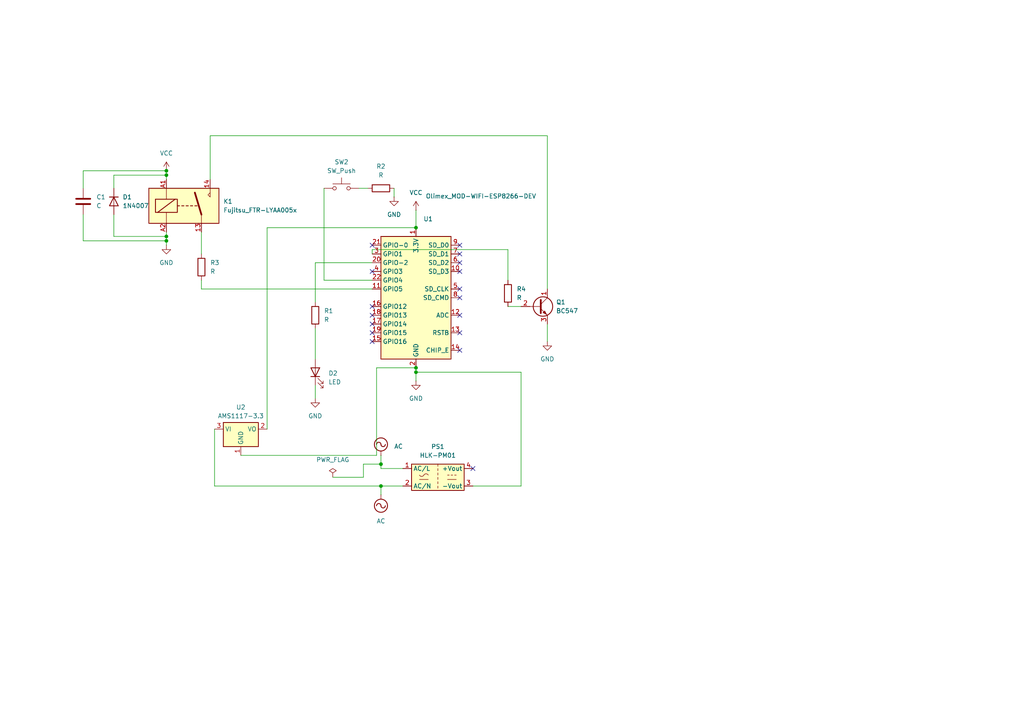
<source format=kicad_sch>
(kicad_sch
	(version 20250114)
	(generator "eeschema")
	(generator_version "9.0")
	(uuid "a37b0cee-d557-44bf-99a5-5265807cdabf")
	(paper "A4")
	(lib_symbols
		(symbol "Converter_ACDC:HLK-PM01"
			(exclude_from_sim no)
			(in_bom yes)
			(on_board yes)
			(property "Reference" "PS"
				(at 0 5.08 0)
				(effects
					(font
						(size 1.27 1.27)
					)
				)
			)
			(property "Value" "HLK-PM01"
				(at 0 -5.08 0)
				(effects
					(font
						(size 1.27 1.27)
					)
				)
			)
			(property "Footprint" "Converter_ACDC:Converter_ACDC_Hi-Link_HLK-PMxx"
				(at 0 -7.62 0)
				(effects
					(font
						(size 1.27 1.27)
					)
					(hide yes)
				)
			)
			(property "Datasheet" "https://h.hlktech.com/download/ACDC%E7%94%B5%E6%BA%90%E6%A8%A1%E5%9D%973W%E7%B3%BB%E5%88%97/1/%E6%B5%B7%E5%87%8C%E7%A7%913W%E7%B3%BB%E5%88%97%E7%94%B5%E6%BA%90%E6%A8%A1%E5%9D%97%E8%A7%84%E6%A0%BC%E4%B9%A6V2.8.pdf"
				(at 10.16 -8.89 0)
				(effects
					(font
						(size 1.27 1.27)
					)
					(hide yes)
				)
			)
			(property "Description" "Compact AC/DC board mount power module 3W 5V"
				(at 0 0 0)
				(effects
					(font
						(size 1.27 1.27)
					)
					(hide yes)
				)
			)
			(property "ki_keywords" "AC/DC module power supply"
				(at 0 0 0)
				(effects
					(font
						(size 1.27 1.27)
					)
					(hide yes)
				)
			)
			(property "ki_fp_filters" "Converter*ACDC*Hi?Link*HLK?PM*"
				(at 0 0 0)
				(effects
					(font
						(size 1.27 1.27)
					)
					(hide yes)
				)
			)
			(symbol "HLK-PM01_0_1"
				(rectangle
					(start -7.62 3.81)
					(end 7.62 -3.81)
					(stroke
						(width 0.254)
						(type default)
					)
					(fill
						(type background)
					)
				)
				(polyline
					(pts
						(xy -5.334 -0.635) (xy -2.794 -0.635)
					)
					(stroke
						(width 0)
						(type default)
					)
					(fill
						(type none)
					)
				)
				(arc
					(start -4.064 0.635)
					(mid -4.699 0.2495)
					(end -5.334 0.635)
					(stroke
						(width 0)
						(type default)
					)
					(fill
						(type none)
					)
				)
				(arc
					(start -4.064 0.635)
					(mid -3.429 1.0072)
					(end -2.794 0.635)
					(stroke
						(width 0)
						(type default)
					)
					(fill
						(type none)
					)
				)
				(polyline
					(pts
						(xy 0 3.81) (xy 0 3.175)
					)
					(stroke
						(width 0)
						(type default)
					)
					(fill
						(type none)
					)
				)
				(polyline
					(pts
						(xy 0 2.54) (xy 0 1.905)
					)
					(stroke
						(width 0)
						(type default)
					)
					(fill
						(type none)
					)
				)
				(polyline
					(pts
						(xy 0 1.27) (xy 0 0.635)
					)
					(stroke
						(width 0)
						(type default)
					)
					(fill
						(type none)
					)
				)
				(polyline
					(pts
						(xy 0 0) (xy 0 -0.635)
					)
					(stroke
						(width 0)
						(type default)
					)
					(fill
						(type none)
					)
				)
				(polyline
					(pts
						(xy 0 -1.27) (xy 0 -1.905)
					)
					(stroke
						(width 0)
						(type default)
					)
					(fill
						(type none)
					)
				)
				(polyline
					(pts
						(xy 0 -2.54) (xy 0 -3.175)
					)
					(stroke
						(width 0)
						(type default)
					)
					(fill
						(type none)
					)
				)
				(polyline
					(pts
						(xy 2.794 0.635) (xy 3.302 0.635)
					)
					(stroke
						(width 0)
						(type default)
					)
					(fill
						(type none)
					)
				)
				(polyline
					(pts
						(xy 2.794 -0.635) (xy 5.334 -0.635)
					)
					(stroke
						(width 0)
						(type default)
					)
					(fill
						(type none)
					)
				)
				(polyline
					(pts
						(xy 3.81 0.635) (xy 4.318 0.635)
					)
					(stroke
						(width 0)
						(type default)
					)
					(fill
						(type none)
					)
				)
				(polyline
					(pts
						(xy 4.826 0.635) (xy 5.334 0.635)
					)
					(stroke
						(width 0)
						(type default)
					)
					(fill
						(type none)
					)
				)
			)
			(symbol "HLK-PM01_1_1"
				(pin power_in line
					(at -10.16 2.54 0)
					(length 2.54)
					(name "AC/L"
						(effects
							(font
								(size 1.27 1.27)
							)
						)
					)
					(number "1"
						(effects
							(font
								(size 1.27 1.27)
							)
						)
					)
				)
				(pin power_in line
					(at -10.16 -2.54 0)
					(length 2.54)
					(name "AC/N"
						(effects
							(font
								(size 1.27 1.27)
							)
						)
					)
					(number "2"
						(effects
							(font
								(size 1.27 1.27)
							)
						)
					)
				)
				(pin power_out line
					(at 10.16 2.54 180)
					(length 2.54)
					(name "+Vout"
						(effects
							(font
								(size 1.27 1.27)
							)
						)
					)
					(number "4"
						(effects
							(font
								(size 1.27 1.27)
							)
						)
					)
				)
				(pin power_out line
					(at 10.16 -2.54 180)
					(length 2.54)
					(name "-Vout"
						(effects
							(font
								(size 1.27 1.27)
							)
						)
					)
					(number "3"
						(effects
							(font
								(size 1.27 1.27)
							)
						)
					)
				)
			)
			(embedded_fonts no)
		)
		(symbol "Device:C"
			(pin_numbers
				(hide yes)
			)
			(pin_names
				(offset 0.254)
			)
			(exclude_from_sim no)
			(in_bom yes)
			(on_board yes)
			(property "Reference" "C"
				(at 0.635 2.54 0)
				(effects
					(font
						(size 1.27 1.27)
					)
					(justify left)
				)
			)
			(property "Value" "C"
				(at 0.635 -2.54 0)
				(effects
					(font
						(size 1.27 1.27)
					)
					(justify left)
				)
			)
			(property "Footprint" ""
				(at 0.9652 -3.81 0)
				(effects
					(font
						(size 1.27 1.27)
					)
					(hide yes)
				)
			)
			(property "Datasheet" "~"
				(at 0 0 0)
				(effects
					(font
						(size 1.27 1.27)
					)
					(hide yes)
				)
			)
			(property "Description" "Unpolarized capacitor"
				(at 0 0 0)
				(effects
					(font
						(size 1.27 1.27)
					)
					(hide yes)
				)
			)
			(property "ki_keywords" "cap capacitor"
				(at 0 0 0)
				(effects
					(font
						(size 1.27 1.27)
					)
					(hide yes)
				)
			)
			(property "ki_fp_filters" "C_*"
				(at 0 0 0)
				(effects
					(font
						(size 1.27 1.27)
					)
					(hide yes)
				)
			)
			(symbol "C_0_1"
				(polyline
					(pts
						(xy -2.032 0.762) (xy 2.032 0.762)
					)
					(stroke
						(width 0.508)
						(type default)
					)
					(fill
						(type none)
					)
				)
				(polyline
					(pts
						(xy -2.032 -0.762) (xy 2.032 -0.762)
					)
					(stroke
						(width 0.508)
						(type default)
					)
					(fill
						(type none)
					)
				)
			)
			(symbol "C_1_1"
				(pin passive line
					(at 0 3.81 270)
					(length 2.794)
					(name "~"
						(effects
							(font
								(size 1.27 1.27)
							)
						)
					)
					(number "1"
						(effects
							(font
								(size 1.27 1.27)
							)
						)
					)
				)
				(pin passive line
					(at 0 -3.81 90)
					(length 2.794)
					(name "~"
						(effects
							(font
								(size 1.27 1.27)
							)
						)
					)
					(number "2"
						(effects
							(font
								(size 1.27 1.27)
							)
						)
					)
				)
			)
			(embedded_fonts no)
		)
		(symbol "Device:LED"
			(pin_numbers
				(hide yes)
			)
			(pin_names
				(offset 1.016)
				(hide yes)
			)
			(exclude_from_sim no)
			(in_bom yes)
			(on_board yes)
			(property "Reference" "D"
				(at 0 2.54 0)
				(effects
					(font
						(size 1.27 1.27)
					)
				)
			)
			(property "Value" "LED"
				(at 0 -2.54 0)
				(effects
					(font
						(size 1.27 1.27)
					)
				)
			)
			(property "Footprint" ""
				(at 0 0 0)
				(effects
					(font
						(size 1.27 1.27)
					)
					(hide yes)
				)
			)
			(property "Datasheet" "~"
				(at 0 0 0)
				(effects
					(font
						(size 1.27 1.27)
					)
					(hide yes)
				)
			)
			(property "Description" "Light emitting diode"
				(at 0 0 0)
				(effects
					(font
						(size 1.27 1.27)
					)
					(hide yes)
				)
			)
			(property "Sim.Pins" "1=K 2=A"
				(at 0 0 0)
				(effects
					(font
						(size 1.27 1.27)
					)
					(hide yes)
				)
			)
			(property "ki_keywords" "LED diode"
				(at 0 0 0)
				(effects
					(font
						(size 1.27 1.27)
					)
					(hide yes)
				)
			)
			(property "ki_fp_filters" "LED* LED_SMD:* LED_THT:*"
				(at 0 0 0)
				(effects
					(font
						(size 1.27 1.27)
					)
					(hide yes)
				)
			)
			(symbol "LED_0_1"
				(polyline
					(pts
						(xy -3.048 -0.762) (xy -4.572 -2.286) (xy -3.81 -2.286) (xy -4.572 -2.286) (xy -4.572 -1.524)
					)
					(stroke
						(width 0)
						(type default)
					)
					(fill
						(type none)
					)
				)
				(polyline
					(pts
						(xy -1.778 -0.762) (xy -3.302 -2.286) (xy -2.54 -2.286) (xy -3.302 -2.286) (xy -3.302 -1.524)
					)
					(stroke
						(width 0)
						(type default)
					)
					(fill
						(type none)
					)
				)
				(polyline
					(pts
						(xy -1.27 0) (xy 1.27 0)
					)
					(stroke
						(width 0)
						(type default)
					)
					(fill
						(type none)
					)
				)
				(polyline
					(pts
						(xy -1.27 -1.27) (xy -1.27 1.27)
					)
					(stroke
						(width 0.254)
						(type default)
					)
					(fill
						(type none)
					)
				)
				(polyline
					(pts
						(xy 1.27 -1.27) (xy 1.27 1.27) (xy -1.27 0) (xy 1.27 -1.27)
					)
					(stroke
						(width 0.254)
						(type default)
					)
					(fill
						(type none)
					)
				)
			)
			(symbol "LED_1_1"
				(pin passive line
					(at -3.81 0 0)
					(length 2.54)
					(name "K"
						(effects
							(font
								(size 1.27 1.27)
							)
						)
					)
					(number "1"
						(effects
							(font
								(size 1.27 1.27)
							)
						)
					)
				)
				(pin passive line
					(at 3.81 0 180)
					(length 2.54)
					(name "A"
						(effects
							(font
								(size 1.27 1.27)
							)
						)
					)
					(number "2"
						(effects
							(font
								(size 1.27 1.27)
							)
						)
					)
				)
			)
			(embedded_fonts no)
		)
		(symbol "Device:R"
			(pin_numbers
				(hide yes)
			)
			(pin_names
				(offset 0)
			)
			(exclude_from_sim no)
			(in_bom yes)
			(on_board yes)
			(property "Reference" "R"
				(at 2.032 0 90)
				(effects
					(font
						(size 1.27 1.27)
					)
				)
			)
			(property "Value" "R"
				(at 0 0 90)
				(effects
					(font
						(size 1.27 1.27)
					)
				)
			)
			(property "Footprint" ""
				(at -1.778 0 90)
				(effects
					(font
						(size 1.27 1.27)
					)
					(hide yes)
				)
			)
			(property "Datasheet" "~"
				(at 0 0 0)
				(effects
					(font
						(size 1.27 1.27)
					)
					(hide yes)
				)
			)
			(property "Description" "Resistor"
				(at 0 0 0)
				(effects
					(font
						(size 1.27 1.27)
					)
					(hide yes)
				)
			)
			(property "ki_keywords" "R res resistor"
				(at 0 0 0)
				(effects
					(font
						(size 1.27 1.27)
					)
					(hide yes)
				)
			)
			(property "ki_fp_filters" "R_*"
				(at 0 0 0)
				(effects
					(font
						(size 1.27 1.27)
					)
					(hide yes)
				)
			)
			(symbol "R_0_1"
				(rectangle
					(start -1.016 -2.54)
					(end 1.016 2.54)
					(stroke
						(width 0.254)
						(type default)
					)
					(fill
						(type none)
					)
				)
			)
			(symbol "R_1_1"
				(pin passive line
					(at 0 3.81 270)
					(length 1.27)
					(name "~"
						(effects
							(font
								(size 1.27 1.27)
							)
						)
					)
					(number "1"
						(effects
							(font
								(size 1.27 1.27)
							)
						)
					)
				)
				(pin passive line
					(at 0 -3.81 90)
					(length 1.27)
					(name "~"
						(effects
							(font
								(size 1.27 1.27)
							)
						)
					)
					(number "2"
						(effects
							(font
								(size 1.27 1.27)
							)
						)
					)
				)
			)
			(embedded_fonts no)
		)
		(symbol "Diode:1N4007"
			(pin_numbers
				(hide yes)
			)
			(pin_names
				(hide yes)
			)
			(exclude_from_sim no)
			(in_bom yes)
			(on_board yes)
			(property "Reference" "D"
				(at 0 2.54 0)
				(effects
					(font
						(size 1.27 1.27)
					)
				)
			)
			(property "Value" "1N4007"
				(at 0 -2.54 0)
				(effects
					(font
						(size 1.27 1.27)
					)
				)
			)
			(property "Footprint" "Diode_THT:D_DO-41_SOD81_P10.16mm_Horizontal"
				(at 0 -4.445 0)
				(effects
					(font
						(size 1.27 1.27)
					)
					(hide yes)
				)
			)
			(property "Datasheet" "http://www.vishay.com/docs/88503/1n4001.pdf"
				(at 0 0 0)
				(effects
					(font
						(size 1.27 1.27)
					)
					(hide yes)
				)
			)
			(property "Description" "1000V 1A General Purpose Rectifier Diode, DO-41"
				(at 0 0 0)
				(effects
					(font
						(size 1.27 1.27)
					)
					(hide yes)
				)
			)
			(property "Sim.Device" "D"
				(at 0 0 0)
				(effects
					(font
						(size 1.27 1.27)
					)
					(hide yes)
				)
			)
			(property "Sim.Pins" "1=K 2=A"
				(at 0 0 0)
				(effects
					(font
						(size 1.27 1.27)
					)
					(hide yes)
				)
			)
			(property "ki_keywords" "diode"
				(at 0 0 0)
				(effects
					(font
						(size 1.27 1.27)
					)
					(hide yes)
				)
			)
			(property "ki_fp_filters" "D*DO?41*"
				(at 0 0 0)
				(effects
					(font
						(size 1.27 1.27)
					)
					(hide yes)
				)
			)
			(symbol "1N4007_0_1"
				(polyline
					(pts
						(xy -1.27 1.27) (xy -1.27 -1.27)
					)
					(stroke
						(width 0.254)
						(type default)
					)
					(fill
						(type none)
					)
				)
				(polyline
					(pts
						(xy 1.27 1.27) (xy 1.27 -1.27) (xy -1.27 0) (xy 1.27 1.27)
					)
					(stroke
						(width 0.254)
						(type default)
					)
					(fill
						(type none)
					)
				)
				(polyline
					(pts
						(xy 1.27 0) (xy -1.27 0)
					)
					(stroke
						(width 0)
						(type default)
					)
					(fill
						(type none)
					)
				)
			)
			(symbol "1N4007_1_1"
				(pin passive line
					(at -3.81 0 0)
					(length 2.54)
					(name "K"
						(effects
							(font
								(size 1.27 1.27)
							)
						)
					)
					(number "1"
						(effects
							(font
								(size 1.27 1.27)
							)
						)
					)
				)
				(pin passive line
					(at 3.81 0 180)
					(length 2.54)
					(name "A"
						(effects
							(font
								(size 1.27 1.27)
							)
						)
					)
					(number "2"
						(effects
							(font
								(size 1.27 1.27)
							)
						)
					)
				)
			)
			(embedded_fonts no)
		)
		(symbol "MCU_Module:Olimex_MOD-WIFI-ESP8266-DEV"
			(exclude_from_sim no)
			(in_bom yes)
			(on_board yes)
			(property "Reference" "U"
				(at 1.27 21.59 0)
				(effects
					(font
						(size 1.27 1.27)
					)
					(justify left)
				)
			)
			(property "Value" "Olimex_MOD-WIFI-ESP8266-DEV"
				(at 1.27 19.05 0)
				(effects
					(font
						(size 1.27 1.27)
					)
					(justify left)
				)
			)
			(property "Footprint" "Module:Olimex_MOD-WIFI-ESP8266-DEV"
				(at 0 -33.02 0)
				(effects
					(font
						(size 1.27 1.27)
					)
					(hide yes)
				)
			)
			(property "Datasheet" "https://raw.githubusercontent.com/OLIMEX/ESP8266/master/HARDWARE/MOD-WIFI-ESP8266-DEV/MOD-WiFi-ESP8266-DEV%20revision%20B2/MOD-WiFi-ESP8266-DEV_Rev_B2.pdf"
				(at 0 -30.48 0)
				(effects
					(font
						(size 1.27 1.27)
					)
					(hide yes)
				)
			)
			(property "Description" "ESP8266 development board"
				(at 0 0 0)
				(effects
					(font
						(size 1.27 1.27)
					)
					(hide yes)
				)
			)
			(property "ki_keywords" "ESP8266"
				(at 0 0 0)
				(effects
					(font
						(size 1.27 1.27)
					)
					(hide yes)
				)
			)
			(property "ki_fp_filters" "*MOD?WIFI?ESP8266?DEV*"
				(at 0 0 0)
				(effects
					(font
						(size 1.27 1.27)
					)
					(hide yes)
				)
			)
			(symbol "Olimex_MOD-WIFI-ESP8266-DEV_0_1"
				(rectangle
					(start -10.16 17.78)
					(end 10.16 -17.78)
					(stroke
						(width 0.254)
						(type default)
					)
					(fill
						(type background)
					)
				)
			)
			(symbol "Olimex_MOD-WIFI-ESP8266-DEV_1_1"
				(pin bidirectional line
					(at -12.7 15.24 0)
					(length 2.54)
					(name "GPIO-0"
						(effects
							(font
								(size 1.27 1.27)
							)
						)
					)
					(number "21"
						(effects
							(font
								(size 1.27 1.27)
							)
						)
					)
				)
				(pin bidirectional line
					(at -12.7 12.7 0)
					(length 2.54)
					(name "GPIO1"
						(effects
							(font
								(size 1.27 1.27)
							)
						)
					)
					(number "3"
						(effects
							(font
								(size 1.27 1.27)
							)
						)
					)
				)
				(pin bidirectional line
					(at -12.7 10.16 0)
					(length 2.54)
					(name "GPIO-2"
						(effects
							(font
								(size 1.27 1.27)
							)
						)
					)
					(number "20"
						(effects
							(font
								(size 1.27 1.27)
							)
						)
					)
				)
				(pin bidirectional line
					(at -12.7 7.62 0)
					(length 2.54)
					(name "GPIO3"
						(effects
							(font
								(size 1.27 1.27)
							)
						)
					)
					(number "4"
						(effects
							(font
								(size 1.27 1.27)
							)
						)
					)
				)
				(pin bidirectional line
					(at -12.7 5.08 0)
					(length 2.54)
					(name "GPIO4"
						(effects
							(font
								(size 1.27 1.27)
							)
						)
					)
					(number "22"
						(effects
							(font
								(size 1.27 1.27)
							)
						)
					)
				)
				(pin bidirectional line
					(at -12.7 2.54 0)
					(length 2.54)
					(name "GPIO5"
						(effects
							(font
								(size 1.27 1.27)
							)
						)
					)
					(number "11"
						(effects
							(font
								(size 1.27 1.27)
							)
						)
					)
				)
				(pin bidirectional line
					(at -12.7 -2.54 0)
					(length 2.54)
					(name "GPIO12"
						(effects
							(font
								(size 1.27 1.27)
							)
						)
					)
					(number "16"
						(effects
							(font
								(size 1.27 1.27)
							)
						)
					)
				)
				(pin bidirectional line
					(at -12.7 -5.08 0)
					(length 2.54)
					(name "GPIO13"
						(effects
							(font
								(size 1.27 1.27)
							)
						)
					)
					(number "18"
						(effects
							(font
								(size 1.27 1.27)
							)
						)
					)
				)
				(pin bidirectional line
					(at -12.7 -7.62 0)
					(length 2.54)
					(name "GPIO14"
						(effects
							(font
								(size 1.27 1.27)
							)
						)
					)
					(number "17"
						(effects
							(font
								(size 1.27 1.27)
							)
						)
					)
				)
				(pin bidirectional line
					(at -12.7 -10.16 0)
					(length 2.54)
					(name "GPIO15"
						(effects
							(font
								(size 1.27 1.27)
							)
						)
					)
					(number "19"
						(effects
							(font
								(size 1.27 1.27)
							)
						)
					)
				)
				(pin bidirectional line
					(at -12.7 -12.7 0)
					(length 2.54)
					(name "GPIO16"
						(effects
							(font
								(size 1.27 1.27)
							)
						)
					)
					(number "15"
						(effects
							(font
								(size 1.27 1.27)
							)
						)
					)
				)
				(pin power_in line
					(at 0 20.32 270)
					(length 2.54)
					(name "3.3V"
						(effects
							(font
								(size 1.27 1.27)
							)
						)
					)
					(number "1"
						(effects
							(font
								(size 1.27 1.27)
							)
						)
					)
				)
				(pin power_in line
					(at 0 -20.32 90)
					(length 2.54)
					(name "GND"
						(effects
							(font
								(size 1.27 1.27)
							)
						)
					)
					(number "2"
						(effects
							(font
								(size 1.27 1.27)
							)
						)
					)
				)
				(pin unspecified line
					(at 12.7 15.24 180)
					(length 2.54)
					(name "SD_D0"
						(effects
							(font
								(size 1.27 1.27)
							)
						)
					)
					(number "9"
						(effects
							(font
								(size 1.27 1.27)
							)
						)
					)
				)
				(pin unspecified line
					(at 12.7 12.7 180)
					(length 2.54)
					(name "SD_D1"
						(effects
							(font
								(size 1.27 1.27)
							)
						)
					)
					(number "7"
						(effects
							(font
								(size 1.27 1.27)
							)
						)
					)
				)
				(pin unspecified line
					(at 12.7 10.16 180)
					(length 2.54)
					(name "SD_D2"
						(effects
							(font
								(size 1.27 1.27)
							)
						)
					)
					(number "6"
						(effects
							(font
								(size 1.27 1.27)
							)
						)
					)
				)
				(pin unspecified line
					(at 12.7 7.62 180)
					(length 2.54)
					(name "SD_D3"
						(effects
							(font
								(size 1.27 1.27)
							)
						)
					)
					(number "10"
						(effects
							(font
								(size 1.27 1.27)
							)
						)
					)
				)
				(pin unspecified line
					(at 12.7 2.54 180)
					(length 2.54)
					(name "SD_CLK"
						(effects
							(font
								(size 1.27 1.27)
							)
						)
					)
					(number "5"
						(effects
							(font
								(size 1.27 1.27)
							)
						)
					)
				)
				(pin unspecified line
					(at 12.7 0 180)
					(length 2.54)
					(name "SD_CMD"
						(effects
							(font
								(size 1.27 1.27)
							)
						)
					)
					(number "8"
						(effects
							(font
								(size 1.27 1.27)
							)
						)
					)
				)
				(pin unspecified line
					(at 12.7 -5.08 180)
					(length 2.54)
					(name "ADC"
						(effects
							(font
								(size 1.27 1.27)
							)
						)
					)
					(number "12"
						(effects
							(font
								(size 1.27 1.27)
							)
						)
					)
				)
				(pin input line
					(at 12.7 -10.16 180)
					(length 2.54)
					(name "RSTB"
						(effects
							(font
								(size 1.27 1.27)
							)
						)
					)
					(number "13"
						(effects
							(font
								(size 1.27 1.27)
							)
						)
					)
				)
				(pin unspecified line
					(at 12.7 -15.24 180)
					(length 2.54)
					(name "CHIP_E"
						(effects
							(font
								(size 1.27 1.27)
							)
						)
					)
					(number "14"
						(effects
							(font
								(size 1.27 1.27)
							)
						)
					)
				)
			)
			(embedded_fonts no)
		)
		(symbol "Regulator_Linear:AMS1117-3.3"
			(exclude_from_sim no)
			(in_bom yes)
			(on_board yes)
			(property "Reference" "U"
				(at -3.81 3.175 0)
				(effects
					(font
						(size 1.27 1.27)
					)
				)
			)
			(property "Value" "AMS1117-3.3"
				(at 0 3.175 0)
				(effects
					(font
						(size 1.27 1.27)
					)
					(justify left)
				)
			)
			(property "Footprint" "Package_TO_SOT_SMD:SOT-223-3_TabPin2"
				(at 0 5.08 0)
				(effects
					(font
						(size 1.27 1.27)
					)
					(hide yes)
				)
			)
			(property "Datasheet" "http://www.advanced-monolithic.com/pdf/ds1117.pdf"
				(at 2.54 -6.35 0)
				(effects
					(font
						(size 1.27 1.27)
					)
					(hide yes)
				)
			)
			(property "Description" "1A Low Dropout regulator, positive, 3.3V fixed output, SOT-223"
				(at 0 0 0)
				(effects
					(font
						(size 1.27 1.27)
					)
					(hide yes)
				)
			)
			(property "ki_keywords" "linear regulator ldo fixed positive"
				(at 0 0 0)
				(effects
					(font
						(size 1.27 1.27)
					)
					(hide yes)
				)
			)
			(property "ki_fp_filters" "SOT?223*TabPin2*"
				(at 0 0 0)
				(effects
					(font
						(size 1.27 1.27)
					)
					(hide yes)
				)
			)
			(symbol "AMS1117-3.3_0_1"
				(rectangle
					(start -5.08 -5.08)
					(end 5.08 1.905)
					(stroke
						(width 0.254)
						(type default)
					)
					(fill
						(type background)
					)
				)
			)
			(symbol "AMS1117-3.3_1_1"
				(pin power_in line
					(at -7.62 0 0)
					(length 2.54)
					(name "VI"
						(effects
							(font
								(size 1.27 1.27)
							)
						)
					)
					(number "3"
						(effects
							(font
								(size 1.27 1.27)
							)
						)
					)
				)
				(pin power_in line
					(at 0 -7.62 90)
					(length 2.54)
					(name "GND"
						(effects
							(font
								(size 1.27 1.27)
							)
						)
					)
					(number "1"
						(effects
							(font
								(size 1.27 1.27)
							)
						)
					)
				)
				(pin power_out line
					(at 7.62 0 180)
					(length 2.54)
					(name "VO"
						(effects
							(font
								(size 1.27 1.27)
							)
						)
					)
					(number "2"
						(effects
							(font
								(size 1.27 1.27)
							)
						)
					)
				)
			)
			(embedded_fonts no)
		)
		(symbol "Relay:Fujitsu_FTR-LYAA005x"
			(exclude_from_sim no)
			(in_bom yes)
			(on_board yes)
			(property "Reference" "K"
				(at 11.43 3.81 0)
				(effects
					(font
						(size 1.27 1.27)
					)
					(justify left)
				)
			)
			(property "Value" "Fujitsu_FTR-LYAA005x"
				(at 11.43 1.27 0)
				(effects
					(font
						(size 1.27 1.27)
					)
					(justify left)
				)
			)
			(property "Footprint" "Relay_THT:Relay_SPST-NO_Fujitsu_FTR-LYAA005x_FormA_Vertical"
				(at 11.43 -1.27 0)
				(effects
					(font
						(size 1.27 1.27)
					)
					(justify left)
					(hide yes)
				)
			)
			(property "Datasheet" "https://www.fujitsu.com/sg/imagesgig5/ftr-ly.pdf"
				(at 17.78 -3.81 0)
				(effects
					(font
						(size 1.27 1.27)
					)
					(justify left)
					(hide yes)
				)
			)
			(property "Description" "Relay, SPST Form A, vertical mount, 5-60V coil, 6A, 250VAC, 28 x 5 x 15mm"
				(at 0 0 0)
				(effects
					(font
						(size 1.27 1.27)
					)
					(hide yes)
				)
			)
			(property "ki_keywords" "6A SPST-NO Relay"
				(at 0 0 0)
				(effects
					(font
						(size 1.27 1.27)
					)
					(hide yes)
				)
			)
			(property "ki_fp_filters" "Relay*Fujitsu*FTR?LYA*"
				(at 0 0 0)
				(effects
					(font
						(size 1.27 1.27)
					)
					(hide yes)
				)
			)
			(symbol "Fujitsu_FTR-LYAA005x_0_0"
				(polyline
					(pts
						(xy 7.62 5.08) (xy 7.62 2.54) (xy 6.985 3.175) (xy 7.62 3.81)
					)
					(stroke
						(width 0)
						(type default)
					)
					(fill
						(type none)
					)
				)
			)
			(symbol "Fujitsu_FTR-LYAA005x_0_1"
				(rectangle
					(start -10.16 5.08)
					(end 10.16 -5.08)
					(stroke
						(width 0.254)
						(type default)
					)
					(fill
						(type background)
					)
				)
				(rectangle
					(start -8.255 1.905)
					(end -1.905 -1.905)
					(stroke
						(width 0.254)
						(type default)
					)
					(fill
						(type none)
					)
				)
				(polyline
					(pts
						(xy -7.62 -1.905) (xy -2.54 1.905)
					)
					(stroke
						(width 0.254)
						(type default)
					)
					(fill
						(type none)
					)
				)
				(polyline
					(pts
						(xy -5.08 5.08) (xy -5.08 1.905)
					)
					(stroke
						(width 0)
						(type default)
					)
					(fill
						(type none)
					)
				)
				(polyline
					(pts
						(xy -5.08 -5.08) (xy -5.08 -1.905)
					)
					(stroke
						(width 0)
						(type default)
					)
					(fill
						(type none)
					)
				)
				(polyline
					(pts
						(xy -1.905 0) (xy -1.27 0)
					)
					(stroke
						(width 0.254)
						(type default)
					)
					(fill
						(type none)
					)
				)
				(polyline
					(pts
						(xy -0.635 0) (xy 0 0)
					)
					(stroke
						(width 0.254)
						(type default)
					)
					(fill
						(type none)
					)
				)
				(polyline
					(pts
						(xy 0.635 0) (xy 1.27 0)
					)
					(stroke
						(width 0.254)
						(type default)
					)
					(fill
						(type none)
					)
				)
				(polyline
					(pts
						(xy 1.905 0) (xy 2.54 0)
					)
					(stroke
						(width 0.254)
						(type default)
					)
					(fill
						(type none)
					)
				)
				(polyline
					(pts
						(xy 3.175 0) (xy 3.81 0)
					)
					(stroke
						(width 0.254)
						(type default)
					)
					(fill
						(type none)
					)
				)
				(polyline
					(pts
						(xy 5.08 -2.54) (xy 3.175 3.81)
					)
					(stroke
						(width 0.508)
						(type default)
					)
					(fill
						(type none)
					)
				)
				(polyline
					(pts
						(xy 5.08 -2.54) (xy 5.08 -5.08)
					)
					(stroke
						(width 0)
						(type default)
					)
					(fill
						(type none)
					)
				)
			)
			(symbol "Fujitsu_FTR-LYAA005x_1_1"
				(pin passive line
					(at -5.08 7.62 270)
					(length 2.54)
					(name "~"
						(effects
							(font
								(size 1.27 1.27)
							)
						)
					)
					(number "A1"
						(effects
							(font
								(size 1.27 1.27)
							)
						)
					)
				)
				(pin passive line
					(at -5.08 -7.62 90)
					(length 2.54)
					(name "~"
						(effects
							(font
								(size 1.27 1.27)
							)
						)
					)
					(number "A2"
						(effects
							(font
								(size 1.27 1.27)
							)
						)
					)
				)
				(pin passive line
					(at 5.08 -7.62 90)
					(length 2.54)
					(name "~"
						(effects
							(font
								(size 1.27 1.27)
							)
						)
					)
					(number "13"
						(effects
							(font
								(size 1.27 1.27)
							)
						)
					)
				)
				(pin passive line
					(at 7.62 7.62 270)
					(length 2.54)
					(name "~"
						(effects
							(font
								(size 1.27 1.27)
							)
						)
					)
					(number "14"
						(effects
							(font
								(size 1.27 1.27)
							)
						)
					)
				)
			)
			(embedded_fonts no)
		)
		(symbol "Switch:SW_Push"
			(pin_numbers
				(hide yes)
			)
			(pin_names
				(offset 1.016)
				(hide yes)
			)
			(exclude_from_sim no)
			(in_bom yes)
			(on_board yes)
			(property "Reference" "SW"
				(at 1.27 2.54 0)
				(effects
					(font
						(size 1.27 1.27)
					)
					(justify left)
				)
			)
			(property "Value" "SW_Push"
				(at 0 -1.524 0)
				(effects
					(font
						(size 1.27 1.27)
					)
				)
			)
			(property "Footprint" ""
				(at 0 5.08 0)
				(effects
					(font
						(size 1.27 1.27)
					)
					(hide yes)
				)
			)
			(property "Datasheet" "~"
				(at 0 5.08 0)
				(effects
					(font
						(size 1.27 1.27)
					)
					(hide yes)
				)
			)
			(property "Description" "Push button switch, generic, two pins"
				(at 0 0 0)
				(effects
					(font
						(size 1.27 1.27)
					)
					(hide yes)
				)
			)
			(property "ki_keywords" "switch normally-open pushbutton push-button"
				(at 0 0 0)
				(effects
					(font
						(size 1.27 1.27)
					)
					(hide yes)
				)
			)
			(symbol "SW_Push_0_1"
				(circle
					(center -2.032 0)
					(radius 0.508)
					(stroke
						(width 0)
						(type default)
					)
					(fill
						(type none)
					)
				)
				(polyline
					(pts
						(xy 0 1.27) (xy 0 3.048)
					)
					(stroke
						(width 0)
						(type default)
					)
					(fill
						(type none)
					)
				)
				(circle
					(center 2.032 0)
					(radius 0.508)
					(stroke
						(width 0)
						(type default)
					)
					(fill
						(type none)
					)
				)
				(polyline
					(pts
						(xy 2.54 1.27) (xy -2.54 1.27)
					)
					(stroke
						(width 0)
						(type default)
					)
					(fill
						(type none)
					)
				)
				(pin passive line
					(at -5.08 0 0)
					(length 2.54)
					(name "1"
						(effects
							(font
								(size 1.27 1.27)
							)
						)
					)
					(number "1"
						(effects
							(font
								(size 1.27 1.27)
							)
						)
					)
				)
				(pin passive line
					(at 5.08 0 180)
					(length 2.54)
					(name "2"
						(effects
							(font
								(size 1.27 1.27)
							)
						)
					)
					(number "2"
						(effects
							(font
								(size 1.27 1.27)
							)
						)
					)
				)
			)
			(embedded_fonts no)
		)
		(symbol "Transistor_BJT:BC547"
			(pin_names
				(offset 0)
				(hide yes)
			)
			(exclude_from_sim no)
			(in_bom yes)
			(on_board yes)
			(property "Reference" "Q"
				(at 5.08 1.905 0)
				(effects
					(font
						(size 1.27 1.27)
					)
					(justify left)
				)
			)
			(property "Value" "BC547"
				(at 5.08 0 0)
				(effects
					(font
						(size 1.27 1.27)
					)
					(justify left)
				)
			)
			(property "Footprint" "Package_TO_SOT_THT:TO-92_Inline"
				(at 5.08 -1.905 0)
				(effects
					(font
						(size 1.27 1.27)
						(italic yes)
					)
					(justify left)
					(hide yes)
				)
			)
			(property "Datasheet" "https://www.onsemi.com/pub/Collateral/BC550-D.pdf"
				(at 0 0 0)
				(effects
					(font
						(size 1.27 1.27)
					)
					(justify left)
					(hide yes)
				)
			)
			(property "Description" "0.1A Ic, 45V Vce, Small Signal NPN Transistor, TO-92"
				(at 0 0 0)
				(effects
					(font
						(size 1.27 1.27)
					)
					(hide yes)
				)
			)
			(property "ki_keywords" "NPN Transistor"
				(at 0 0 0)
				(effects
					(font
						(size 1.27 1.27)
					)
					(hide yes)
				)
			)
			(property "ki_fp_filters" "TO?92*"
				(at 0 0 0)
				(effects
					(font
						(size 1.27 1.27)
					)
					(hide yes)
				)
			)
			(symbol "BC547_0_1"
				(polyline
					(pts
						(xy -2.54 0) (xy 0.635 0)
					)
					(stroke
						(width 0)
						(type default)
					)
					(fill
						(type none)
					)
				)
				(polyline
					(pts
						(xy 0.635 1.905) (xy 0.635 -1.905)
					)
					(stroke
						(width 0.508)
						(type default)
					)
					(fill
						(type none)
					)
				)
				(circle
					(center 1.27 0)
					(radius 2.8194)
					(stroke
						(width 0.254)
						(type default)
					)
					(fill
						(type none)
					)
				)
			)
			(symbol "BC547_1_1"
				(polyline
					(pts
						(xy 0.635 0.635) (xy 2.54 2.54)
					)
					(stroke
						(width 0)
						(type default)
					)
					(fill
						(type none)
					)
				)
				(polyline
					(pts
						(xy 0.635 -0.635) (xy 2.54 -2.54)
					)
					(stroke
						(width 0)
						(type default)
					)
					(fill
						(type none)
					)
				)
				(polyline
					(pts
						(xy 1.27 -1.778) (xy 1.778 -1.27) (xy 2.286 -2.286) (xy 1.27 -1.778)
					)
					(stroke
						(width 0)
						(type default)
					)
					(fill
						(type outline)
					)
				)
				(pin input line
					(at -5.08 0 0)
					(length 2.54)
					(name "B"
						(effects
							(font
								(size 1.27 1.27)
							)
						)
					)
					(number "2"
						(effects
							(font
								(size 1.27 1.27)
							)
						)
					)
				)
				(pin passive line
					(at 2.54 5.08 270)
					(length 2.54)
					(name "C"
						(effects
							(font
								(size 1.27 1.27)
							)
						)
					)
					(number "1"
						(effects
							(font
								(size 1.27 1.27)
							)
						)
					)
				)
				(pin passive line
					(at 2.54 -5.08 90)
					(length 2.54)
					(name "E"
						(effects
							(font
								(size 1.27 1.27)
							)
						)
					)
					(number "3"
						(effects
							(font
								(size 1.27 1.27)
							)
						)
					)
				)
			)
			(embedded_fonts no)
		)
		(symbol "power:AC"
			(power)
			(pin_numbers
				(hide yes)
			)
			(pin_names
				(offset 0)
				(hide yes)
			)
			(exclude_from_sim no)
			(in_bom yes)
			(on_board yes)
			(property "Reference" "#PWR"
				(at 0 -2.54 0)
				(effects
					(font
						(size 1.27 1.27)
					)
					(hide yes)
				)
			)
			(property "Value" "AC"
				(at 0 6.35 0)
				(effects
					(font
						(size 1.27 1.27)
					)
				)
			)
			(property "Footprint" ""
				(at 0 0 0)
				(effects
					(font
						(size 1.27 1.27)
					)
					(hide yes)
				)
			)
			(property "Datasheet" ""
				(at 0 0 0)
				(effects
					(font
						(size 1.27 1.27)
					)
					(hide yes)
				)
			)
			(property "Description" "Power symbol creates a global label with name \"AC\""
				(at 0 0 0)
				(effects
					(font
						(size 1.27 1.27)
					)
					(hide yes)
				)
			)
			(property "ki_keywords" "global power"
				(at 0 0 0)
				(effects
					(font
						(size 1.27 1.27)
					)
					(hide yes)
				)
			)
			(symbol "AC_0_1"
				(arc
					(start -1.27 3.175)
					(mid -0.635 3.8073)
					(end 0 3.175)
					(stroke
						(width 0.254)
						(type default)
					)
					(fill
						(type none)
					)
				)
				(circle
					(center 0 3.175)
					(radius 1.905)
					(stroke
						(width 0.254)
						(type default)
					)
					(fill
						(type none)
					)
				)
				(polyline
					(pts
						(xy 0 0) (xy 0 1.27)
					)
					(stroke
						(width 0)
						(type default)
					)
					(fill
						(type none)
					)
				)
				(arc
					(start 1.27 3.175)
					(mid 0.635 2.5427)
					(end 0 3.175)
					(stroke
						(width 0.254)
						(type default)
					)
					(fill
						(type none)
					)
				)
			)
			(symbol "AC_1_1"
				(pin power_in line
					(at 0 0 90)
					(length 0)
					(name "~"
						(effects
							(font
								(size 1.27 1.27)
							)
						)
					)
					(number "1"
						(effects
							(font
								(size 1.27 1.27)
							)
						)
					)
				)
			)
			(embedded_fonts no)
		)
		(symbol "power:GND"
			(power)
			(pin_numbers
				(hide yes)
			)
			(pin_names
				(offset 0)
				(hide yes)
			)
			(exclude_from_sim no)
			(in_bom yes)
			(on_board yes)
			(property "Reference" "#PWR"
				(at 0 -6.35 0)
				(effects
					(font
						(size 1.27 1.27)
					)
					(hide yes)
				)
			)
			(property "Value" "GND"
				(at 0 -3.81 0)
				(effects
					(font
						(size 1.27 1.27)
					)
				)
			)
			(property "Footprint" ""
				(at 0 0 0)
				(effects
					(font
						(size 1.27 1.27)
					)
					(hide yes)
				)
			)
			(property "Datasheet" ""
				(at 0 0 0)
				(effects
					(font
						(size 1.27 1.27)
					)
					(hide yes)
				)
			)
			(property "Description" "Power symbol creates a global label with name \"GND\" , ground"
				(at 0 0 0)
				(effects
					(font
						(size 1.27 1.27)
					)
					(hide yes)
				)
			)
			(property "ki_keywords" "global power"
				(at 0 0 0)
				(effects
					(font
						(size 1.27 1.27)
					)
					(hide yes)
				)
			)
			(symbol "GND_0_1"
				(polyline
					(pts
						(xy 0 0) (xy 0 -1.27) (xy 1.27 -1.27) (xy 0 -2.54) (xy -1.27 -1.27) (xy 0 -1.27)
					)
					(stroke
						(width 0)
						(type default)
					)
					(fill
						(type none)
					)
				)
			)
			(symbol "GND_1_1"
				(pin power_in line
					(at 0 0 270)
					(length 0)
					(name "~"
						(effects
							(font
								(size 1.27 1.27)
							)
						)
					)
					(number "1"
						(effects
							(font
								(size 1.27 1.27)
							)
						)
					)
				)
			)
			(embedded_fonts no)
		)
		(symbol "power:PWR_FLAG"
			(power)
			(pin_numbers
				(hide yes)
			)
			(pin_names
				(offset 0)
				(hide yes)
			)
			(exclude_from_sim no)
			(in_bom yes)
			(on_board yes)
			(property "Reference" "#FLG"
				(at 0 1.905 0)
				(effects
					(font
						(size 1.27 1.27)
					)
					(hide yes)
				)
			)
			(property "Value" "PWR_FLAG"
				(at 0 3.81 0)
				(effects
					(font
						(size 1.27 1.27)
					)
				)
			)
			(property "Footprint" ""
				(at 0 0 0)
				(effects
					(font
						(size 1.27 1.27)
					)
					(hide yes)
				)
			)
			(property "Datasheet" "~"
				(at 0 0 0)
				(effects
					(font
						(size 1.27 1.27)
					)
					(hide yes)
				)
			)
			(property "Description" "Special symbol for telling ERC where power comes from"
				(at 0 0 0)
				(effects
					(font
						(size 1.27 1.27)
					)
					(hide yes)
				)
			)
			(property "ki_keywords" "flag power"
				(at 0 0 0)
				(effects
					(font
						(size 1.27 1.27)
					)
					(hide yes)
				)
			)
			(symbol "PWR_FLAG_0_0"
				(pin power_out line
					(at 0 0 90)
					(length 0)
					(name "~"
						(effects
							(font
								(size 1.27 1.27)
							)
						)
					)
					(number "1"
						(effects
							(font
								(size 1.27 1.27)
							)
						)
					)
				)
			)
			(symbol "PWR_FLAG_0_1"
				(polyline
					(pts
						(xy 0 0) (xy 0 1.27) (xy -1.016 1.905) (xy 0 2.54) (xy 1.016 1.905) (xy 0 1.27)
					)
					(stroke
						(width 0)
						(type default)
					)
					(fill
						(type none)
					)
				)
			)
			(embedded_fonts no)
		)
		(symbol "power:VCC"
			(power)
			(pin_numbers
				(hide yes)
			)
			(pin_names
				(offset 0)
				(hide yes)
			)
			(exclude_from_sim no)
			(in_bom yes)
			(on_board yes)
			(property "Reference" "#PWR"
				(at 0 -3.81 0)
				(effects
					(font
						(size 1.27 1.27)
					)
					(hide yes)
				)
			)
			(property "Value" "VCC"
				(at 0 3.556 0)
				(effects
					(font
						(size 1.27 1.27)
					)
				)
			)
			(property "Footprint" ""
				(at 0 0 0)
				(effects
					(font
						(size 1.27 1.27)
					)
					(hide yes)
				)
			)
			(property "Datasheet" ""
				(at 0 0 0)
				(effects
					(font
						(size 1.27 1.27)
					)
					(hide yes)
				)
			)
			(property "Description" "Power symbol creates a global label with name \"VCC\""
				(at 0 0 0)
				(effects
					(font
						(size 1.27 1.27)
					)
					(hide yes)
				)
			)
			(property "ki_keywords" "global power"
				(at 0 0 0)
				(effects
					(font
						(size 1.27 1.27)
					)
					(hide yes)
				)
			)
			(symbol "VCC_0_1"
				(polyline
					(pts
						(xy -0.762 1.27) (xy 0 2.54)
					)
					(stroke
						(width 0)
						(type default)
					)
					(fill
						(type none)
					)
				)
				(polyline
					(pts
						(xy 0 2.54) (xy 0.762 1.27)
					)
					(stroke
						(width 0)
						(type default)
					)
					(fill
						(type none)
					)
				)
				(polyline
					(pts
						(xy 0 0) (xy 0 2.54)
					)
					(stroke
						(width 0)
						(type default)
					)
					(fill
						(type none)
					)
				)
			)
			(symbol "VCC_1_1"
				(pin power_in line
					(at 0 0 90)
					(length 0)
					(name "~"
						(effects
							(font
								(size 1.27 1.27)
							)
						)
					)
					(number "1"
						(effects
							(font
								(size 1.27 1.27)
							)
						)
					)
				)
			)
			(embedded_fonts no)
		)
	)
	(junction
		(at 48.26 69.85)
		(diameter 0)
		(color 0 0 0 0)
		(uuid "0a2bfbbc-0290-4a23-8fa8-ca7b3e620bc2")
	)
	(junction
		(at 48.26 49.53)
		(diameter 0)
		(color 0 0 0 0)
		(uuid "3176b4ec-c2ed-4a87-9f23-1344cf0788ce")
	)
	(junction
		(at 110.49 140.97)
		(diameter 0)
		(color 0 0 0 0)
		(uuid "3827c9c3-f6be-4473-b2ec-3122281fefb8")
	)
	(junction
		(at 120.65 106.68)
		(diameter 0)
		(color 0 0 0 0)
		(uuid "3a3c8811-be8e-45ec-9993-c49abe810f21")
	)
	(junction
		(at 48.26 50.8)
		(diameter 0)
		(color 0 0 0 0)
		(uuid "406151e6-12f7-4c8a-be76-52761367f627")
	)
	(junction
		(at 120.65 66.04)
		(diameter 0)
		(color 0 0 0 0)
		(uuid "642dee1e-7f58-43e5-8952-8772f7800e24")
	)
	(junction
		(at 120.65 107.95)
		(diameter 0)
		(color 0 0 0 0)
		(uuid "880fcf70-d360-42f3-bba9-8a8f9683dfe9")
	)
	(junction
		(at 110.49 134.62)
		(diameter 0)
		(color 0 0 0 0)
		(uuid "b359b96c-7914-46be-8c17-9f91ffed6828")
	)
	(junction
		(at 48.26 68.58)
		(diameter 0)
		(color 0 0 0 0)
		(uuid "bb571004-46c5-4eeb-ae2f-254c9f4c6df7")
	)
	(no_connect
		(at 133.35 91.44)
		(uuid "0494ac37-1e8b-4955-92f3-94083090dde5")
	)
	(no_connect
		(at 137.16 135.89)
		(uuid "13c10cc5-2351-40c4-9931-3ecb7c459f65")
	)
	(no_connect
		(at 107.95 88.9)
		(uuid "1be4f4ed-9fd0-453a-bcf3-ef9f23867ff9")
	)
	(no_connect
		(at 107.95 91.44)
		(uuid "2077f740-cefa-4b71-9d04-bd461730a208")
	)
	(no_connect
		(at 133.35 96.52)
		(uuid "27fa6421-5362-41bf-bab0-1d68367c54ed")
	)
	(no_connect
		(at 133.35 83.82)
		(uuid "2ab8e8bd-6485-4074-838d-d3dc3b78fba5")
	)
	(no_connect
		(at 133.35 71.12)
		(uuid "2c069584-afe1-4b6e-ba02-fab88515a6ed")
	)
	(no_connect
		(at 133.35 86.36)
		(uuid "42288444-5459-4cd0-8145-445e8d259b0d")
	)
	(no_connect
		(at 107.95 96.52)
		(uuid "43ae1e1c-fe1e-4a9a-ba2d-02c9c74dfbe0")
	)
	(no_connect
		(at 107.95 71.12)
		(uuid "72bd367c-272c-4ec2-b721-9caf3a88fe20")
	)
	(no_connect
		(at 107.95 78.74)
		(uuid "9c09aca3-9afb-4f34-88a6-78157ba42733")
	)
	(no_connect
		(at 133.35 101.6)
		(uuid "a69292e6-b965-4496-8a01-5433209883df")
	)
	(no_connect
		(at 107.95 99.06)
		(uuid "c888d4e7-0101-4338-a607-c6ee7e74bf62")
	)
	(no_connect
		(at 133.35 78.74)
		(uuid "c945cd5d-82a6-4515-9c60-c703730d6af4")
	)
	(no_connect
		(at 133.35 73.66)
		(uuid "d0a7c476-7409-420b-921a-e2dcc1c1286a")
	)
	(no_connect
		(at 107.95 93.98)
		(uuid "e7fddbf5-7fcc-484e-988c-2f48bd2382e0")
	)
	(no_connect
		(at 133.35 76.2)
		(uuid "f71bee12-75c8-44f6-9f28-b25798d3814a")
	)
	(wire
		(pts
			(xy 110.49 143.51) (xy 110.49 140.97)
		)
		(stroke
			(width 0)
			(type default)
		)
		(uuid "061f768d-6401-441e-a0b8-3d0a51cc76a5")
	)
	(wire
		(pts
			(xy 48.26 50.8) (xy 48.26 52.07)
		)
		(stroke
			(width 0)
			(type default)
		)
		(uuid "06437033-609b-48b7-bbaa-3e74a34db6f6")
	)
	(wire
		(pts
			(xy 33.02 54.61) (xy 33.02 50.8)
		)
		(stroke
			(width 0)
			(type default)
		)
		(uuid "0dcdf02a-1b43-4e48-b28b-58f61102a1bf")
	)
	(wire
		(pts
			(xy 91.44 76.2) (xy 91.44 87.63)
		)
		(stroke
			(width 0)
			(type default)
		)
		(uuid "11dad293-d546-40dc-99c2-dddd12ee7c2f")
	)
	(wire
		(pts
			(xy 109.22 132.08) (xy 109.22 106.68)
		)
		(stroke
			(width 0)
			(type default)
		)
		(uuid "18093781-bc4b-48ff-b64a-df5510ec0c83")
	)
	(wire
		(pts
			(xy 48.26 69.85) (xy 48.26 71.12)
		)
		(stroke
			(width 0)
			(type default)
		)
		(uuid "1a5e35d6-b45b-4338-b35d-3697d5054dba")
	)
	(wire
		(pts
			(xy 110.49 132.08) (xy 110.49 134.62)
		)
		(stroke
			(width 0)
			(type default)
		)
		(uuid "1d95f371-be01-427d-8644-ddb20436d662")
	)
	(wire
		(pts
			(xy 62.23 140.97) (xy 110.49 140.97)
		)
		(stroke
			(width 0)
			(type default)
		)
		(uuid "2268caf9-1514-45a2-8b62-865421024abd")
	)
	(wire
		(pts
			(xy 77.47 66.04) (xy 120.65 66.04)
		)
		(stroke
			(width 0)
			(type default)
		)
		(uuid "2376a78f-d62f-493c-a472-f323ca653fef")
	)
	(wire
		(pts
			(xy 24.13 62.23) (xy 24.13 69.85)
		)
		(stroke
			(width 0)
			(type default)
		)
		(uuid "2c680c1e-fe18-4a90-9e94-2878f518b5fc")
	)
	(wire
		(pts
			(xy 120.65 106.68) (xy 120.65 107.95)
		)
		(stroke
			(width 0)
			(type default)
		)
		(uuid "2cb894e0-7b59-4ac8-92dc-e8540bf17611")
	)
	(wire
		(pts
			(xy 91.44 111.76) (xy 91.44 115.57)
		)
		(stroke
			(width 0)
			(type default)
		)
		(uuid "32c137d5-2380-4188-93f8-1674ba935716")
	)
	(wire
		(pts
			(xy 147.32 88.9) (xy 151.13 88.9)
		)
		(stroke
			(width 0)
			(type default)
		)
		(uuid "32e44028-0360-4913-add1-8259871089b8")
	)
	(wire
		(pts
			(xy 33.02 68.58) (xy 48.26 68.58)
		)
		(stroke
			(width 0)
			(type default)
		)
		(uuid "334a6727-0d49-400b-906e-2ee228571de0")
	)
	(wire
		(pts
			(xy 93.98 81.28) (xy 93.98 54.61)
		)
		(stroke
			(width 0)
			(type default)
		)
		(uuid "39ff5bf0-738f-4cc6-915f-dbf435fa074e")
	)
	(wire
		(pts
			(xy 107.95 81.28) (xy 93.98 81.28)
		)
		(stroke
			(width 0)
			(type default)
		)
		(uuid "3b8cb947-334e-47ee-b5c6-dbc98076523a")
	)
	(wire
		(pts
			(xy 151.13 140.97) (xy 151.13 107.95)
		)
		(stroke
			(width 0)
			(type default)
		)
		(uuid "40c622c1-1832-4ae0-a549-5becbaf2f51b")
	)
	(wire
		(pts
			(xy 48.26 67.31) (xy 48.26 68.58)
		)
		(stroke
			(width 0)
			(type default)
		)
		(uuid "423fca34-5ae7-4033-9885-a5ec3d1aa994")
	)
	(wire
		(pts
			(xy 62.23 124.46) (xy 62.23 140.97)
		)
		(stroke
			(width 0)
			(type default)
		)
		(uuid "48ba2339-b3ba-4aa8-9bbd-fdfde77cab39")
	)
	(wire
		(pts
			(xy 48.26 49.53) (xy 48.26 50.8)
		)
		(stroke
			(width 0)
			(type default)
		)
		(uuid "4991b19d-6f55-4779-b315-6dfea7276a13")
	)
	(wire
		(pts
			(xy 24.13 49.53) (xy 48.26 49.53)
		)
		(stroke
			(width 0)
			(type default)
		)
		(uuid "4af42bf2-aa7d-46f7-9c19-7adc9fc7297a")
	)
	(wire
		(pts
			(xy 137.16 140.97) (xy 151.13 140.97)
		)
		(stroke
			(width 0)
			(type default)
		)
		(uuid "4d4182f9-2907-49d3-851c-0486e780d264")
	)
	(wire
		(pts
			(xy 110.49 135.89) (xy 116.84 135.89)
		)
		(stroke
			(width 0)
			(type default)
		)
		(uuid "4fd2aaca-f639-4e0a-b9bc-5e4ae984fc10")
	)
	(wire
		(pts
			(xy 109.22 106.68) (xy 120.65 106.68)
		)
		(stroke
			(width 0)
			(type default)
		)
		(uuid "5188d78e-cfb3-43d9-9fee-942604be6c97")
	)
	(wire
		(pts
			(xy 120.65 107.95) (xy 120.65 110.49)
		)
		(stroke
			(width 0)
			(type default)
		)
		(uuid "549ec16d-fbf2-4bb2-afc0-8b5e86cf3b18")
	)
	(wire
		(pts
			(xy 69.85 132.08) (xy 109.22 132.08)
		)
		(stroke
			(width 0)
			(type default)
		)
		(uuid "59fe21ac-15ec-4ddf-8eaf-673d3f71969c")
	)
	(wire
		(pts
			(xy 151.13 107.95) (xy 120.65 107.95)
		)
		(stroke
			(width 0)
			(type default)
		)
		(uuid "5b6f7ed9-b81c-4db2-b7e5-d3740fba8d84")
	)
	(wire
		(pts
			(xy 107.95 83.82) (xy 58.42 83.82)
		)
		(stroke
			(width 0)
			(type default)
		)
		(uuid "5e70b4d9-835b-47fd-b081-582d9414f486")
	)
	(wire
		(pts
			(xy 77.47 124.46) (xy 77.47 66.04)
		)
		(stroke
			(width 0)
			(type default)
		)
		(uuid "70f6b08e-c531-4843-b681-2cf37ceeec76")
	)
	(wire
		(pts
			(xy 105.41 138.43) (xy 105.41 134.62)
		)
		(stroke
			(width 0)
			(type default)
		)
		(uuid "77dd4e9a-9ce4-4111-bf36-f553b3e2d733")
	)
	(wire
		(pts
			(xy 110.49 140.97) (xy 116.84 140.97)
		)
		(stroke
			(width 0)
			(type default)
		)
		(uuid "7959eb26-5ea3-45fb-9100-c935d4fd2a53")
	)
	(wire
		(pts
			(xy 33.02 50.8) (xy 48.26 50.8)
		)
		(stroke
			(width 0)
			(type default)
		)
		(uuid "83d321be-5984-4244-abd0-ec2ae0bd2356")
	)
	(wire
		(pts
			(xy 91.44 95.25) (xy 91.44 104.14)
		)
		(stroke
			(width 0)
			(type default)
		)
		(uuid "873b5ea8-7749-4e5e-8edc-01a14b64bd4c")
	)
	(wire
		(pts
			(xy 48.26 68.58) (xy 48.26 69.85)
		)
		(stroke
			(width 0)
			(type default)
		)
		(uuid "8b17d0d4-d55b-4466-ad25-62fc40a04d0c")
	)
	(wire
		(pts
			(xy 58.42 81.28) (xy 58.42 83.82)
		)
		(stroke
			(width 0)
			(type default)
		)
		(uuid "8c56408c-5ba0-420e-99bc-e47f1b5449c8")
	)
	(wire
		(pts
			(xy 158.75 93.98) (xy 158.75 99.06)
		)
		(stroke
			(width 0)
			(type default)
		)
		(uuid "9bdaf3c8-f97f-4675-a9cb-5d6bef90b6ec")
	)
	(wire
		(pts
			(xy 96.52 138.43) (xy 105.41 138.43)
		)
		(stroke
			(width 0)
			(type default)
		)
		(uuid "a0554cc4-9483-44fb-86e5-010bf92390fa")
	)
	(wire
		(pts
			(xy 107.95 72.39) (xy 107.95 73.66)
		)
		(stroke
			(width 0)
			(type default)
		)
		(uuid "a9b314da-44bf-48d8-bf3c-7bdc8177531a")
	)
	(wire
		(pts
			(xy 120.65 60.96) (xy 120.65 66.04)
		)
		(stroke
			(width 0)
			(type default)
		)
		(uuid "abc43453-2d62-4f86-b1f2-68e65882d804")
	)
	(wire
		(pts
			(xy 60.96 39.37) (xy 158.75 39.37)
		)
		(stroke
			(width 0)
			(type default)
		)
		(uuid "b39d3aff-5557-4968-91b4-2d0eb1303f52")
	)
	(wire
		(pts
			(xy 105.41 134.62) (xy 110.49 134.62)
		)
		(stroke
			(width 0)
			(type default)
		)
		(uuid "b6ff90e7-ae50-45e7-b62d-7d7d48656609")
	)
	(wire
		(pts
			(xy 58.42 67.31) (xy 58.42 73.66)
		)
		(stroke
			(width 0)
			(type default)
		)
		(uuid "b75325ad-5cd3-418e-89d8-850452fb2b1a")
	)
	(wire
		(pts
			(xy 107.95 76.2) (xy 91.44 76.2)
		)
		(stroke
			(width 0)
			(type default)
		)
		(uuid "bd14d0b5-1b37-41bb-8f47-c939f3b480f2")
	)
	(wire
		(pts
			(xy 104.14 54.61) (xy 106.68 54.61)
		)
		(stroke
			(width 0)
			(type default)
		)
		(uuid "caab1241-01aa-4852-bcc5-9c1d21d57a75")
	)
	(wire
		(pts
			(xy 114.3 54.61) (xy 114.3 57.15)
		)
		(stroke
			(width 0)
			(type default)
		)
		(uuid "cba7d2cd-7376-4287-8994-f1bbf1374557")
	)
	(wire
		(pts
			(xy 60.96 39.37) (xy 60.96 52.07)
		)
		(stroke
			(width 0)
			(type default)
		)
		(uuid "d009cd17-b944-4b4f-abf4-77815b025f94")
	)
	(wire
		(pts
			(xy 107.95 72.39) (xy 147.32 72.39)
		)
		(stroke
			(width 0)
			(type default)
		)
		(uuid "d28efd51-2190-4b3a-adcb-5e237ff51f78")
	)
	(wire
		(pts
			(xy 33.02 62.23) (xy 33.02 68.58)
		)
		(stroke
			(width 0)
			(type default)
		)
		(uuid "d3496aab-c25c-4f1d-9151-f34851199ae3")
	)
	(wire
		(pts
			(xy 158.75 39.37) (xy 158.75 83.82)
		)
		(stroke
			(width 0)
			(type default)
		)
		(uuid "da6b5494-9dcd-4648-b1c5-95faac126a09")
	)
	(wire
		(pts
			(xy 110.49 134.62) (xy 110.49 135.89)
		)
		(stroke
			(width 0)
			(type default)
		)
		(uuid "dd9b3179-2b30-419e-b404-607a5e570598")
	)
	(wire
		(pts
			(xy 147.32 72.39) (xy 147.32 81.28)
		)
		(stroke
			(width 0)
			(type default)
		)
		(uuid "e601c150-8c90-4968-8eb6-ff5b7af489fa")
	)
	(wire
		(pts
			(xy 24.13 54.61) (xy 24.13 49.53)
		)
		(stroke
			(width 0)
			(type default)
		)
		(uuid "e7b219c0-de12-49c6-b243-3d22972ef095")
	)
	(wire
		(pts
			(xy 24.13 69.85) (xy 48.26 69.85)
		)
		(stroke
			(width 0)
			(type default)
		)
		(uuid "f4f19fed-027c-43df-a7e1-e4b15b395d11")
	)
	(symbol
		(lib_id "MCU_Module:Olimex_MOD-WIFI-ESP8266-DEV")
		(at 120.65 86.36 0)
		(unit 1)
		(exclude_from_sim no)
		(in_bom yes)
		(on_board yes)
		(dnp no)
		(uuid "0138ee10-7172-4b88-b3ab-5407e9219165")
		(property "Reference" "U1"
			(at 122.7933 63.5 0)
			(effects
				(font
					(size 1.27 1.27)
				)
				(justify left)
			)
		)
		(property "Value" "Olimex_MOD-WIFI-ESP8266-DEV"
			(at 123.444 56.896 0)
			(effects
				(font
					(size 1.27 1.27)
				)
				(justify left)
			)
		)
		(property "Footprint" "Module:Adafruit_HUZZAH_ESP8266_breakout_WithMountingHoles"
			(at 120.65 119.38 0)
			(effects
				(font
					(size 1.27 1.27)
				)
				(hide yes)
			)
		)
		(property "Datasheet" "https://raw.githubusercontent.com/OLIMEX/ESP8266/master/HARDWARE/MOD-WIFI-ESP8266-DEV/MOD-WiFi-ESP8266-DEV%20revision%20B2/MOD-WiFi-ESP8266-DEV_Rev_B2.pdf"
			(at 120.65 116.84 0)
			(effects
				(font
					(size 1.27 1.27)
				)
				(hide yes)
			)
		)
		(property "Description" "ESP8266 development board"
			(at 120.65 86.36 0)
			(effects
				(font
					(size 1.27 1.27)
				)
				(hide yes)
			)
		)
		(pin "17"
			(uuid "4662cf22-59bd-4ea9-9839-49d270d8827d")
		)
		(pin "5"
			(uuid "30633d9e-f1ee-4ad1-9db9-d12aa83b1027")
		)
		(pin "13"
			(uuid "110dc023-c4c7-41a8-9927-64a72d0288f2")
		)
		(pin "1"
			(uuid "fab43614-b664-4302-9850-94443d075ec7")
		)
		(pin "11"
			(uuid "3387b7f4-390f-4d2b-8577-3dd8a408519f")
		)
		(pin "16"
			(uuid "9120b198-ebb0-48d5-a7df-54e1557daf0b")
		)
		(pin "15"
			(uuid "e77a8ace-feca-4d6a-bb21-edcb839a2ffb")
		)
		(pin "9"
			(uuid "3374c5ea-1538-49bb-a78a-900fbb0a6482")
		)
		(pin "6"
			(uuid "d4cb4213-6929-456c-9a79-226a7bbd1b1d")
		)
		(pin "2"
			(uuid "b20567da-2593-472d-9a9f-4b0098a08d92")
		)
		(pin "18"
			(uuid "f4a4d85c-3275-427c-ab34-24e593798f36")
		)
		(pin "12"
			(uuid "38d4c893-52a8-4de5-ac81-f95faa825486")
		)
		(pin "19"
			(uuid "bbfeaa9b-1532-444c-bf18-880214909ad1")
		)
		(pin "3"
			(uuid "7a2cc388-6753-420e-8097-32384b8f0cfa")
		)
		(pin "10"
			(uuid "95ef0dca-0919-4436-afc0-1465ffa69bc7")
		)
		(pin "4"
			(uuid "3dfcc1c9-e167-4e13-a007-3a89e984fb59")
		)
		(pin "21"
			(uuid "84d49738-1b7f-4ec1-864d-227eb6ba33e2")
		)
		(pin "20"
			(uuid "4595ad04-802a-4ead-bf4f-2ab09fdfa83b")
		)
		(pin "22"
			(uuid "18c21abe-55d0-4473-99ed-de884ca63224")
		)
		(pin "7"
			(uuid "7a54e452-5c16-413e-a445-a849761c9d62")
		)
		(pin "8"
			(uuid "ff55de7e-4d20-4812-a8b2-28984fb88c81")
		)
		(pin "14"
			(uuid "45d286c5-84d5-46ba-9ce7-8d232d8179ba")
		)
		(instances
			(project ""
				(path "/a37b0cee-d557-44bf-99a5-5265807cdabf"
					(reference "U1")
					(unit 1)
				)
			)
		)
	)
	(symbol
		(lib_id "Transistor_BJT:BC547")
		(at 156.21 88.9 0)
		(unit 1)
		(exclude_from_sim no)
		(in_bom yes)
		(on_board yes)
		(dnp no)
		(fields_autoplaced yes)
		(uuid "0e390807-3ce5-401b-888c-e3491c068f73")
		(property "Reference" "Q1"
			(at 161.29 87.6299 0)
			(effects
				(font
					(size 1.27 1.27)
				)
				(justify left)
			)
		)
		(property "Value" "BC547"
			(at 161.29 90.1699 0)
			(effects
				(font
					(size 1.27 1.27)
				)
				(justify left)
			)
		)
		(property "Footprint" "Package_TO_SOT_THT:TO-92_Inline"
			(at 161.29 90.805 0)
			(effects
				(font
					(size 1.27 1.27)
					(italic yes)
				)
				(justify left)
				(hide yes)
			)
		)
		(property "Datasheet" "https://www.onsemi.com/pub/Collateral/BC550-D.pdf"
			(at 156.21 88.9 0)
			(effects
				(font
					(size 1.27 1.27)
				)
				(justify left)
				(hide yes)
			)
		)
		(property "Description" "0.1A Ic, 45V Vce, Small Signal NPN Transistor, TO-92"
			(at 156.21 88.9 0)
			(effects
				(font
					(size 1.27 1.27)
				)
				(hide yes)
			)
		)
		(pin "1"
			(uuid "7c1eac19-6941-4d00-ba4b-e1812984d733")
		)
		(pin "2"
			(uuid "20afa4e5-5029-43d9-9377-78502fb43382")
		)
		(pin "3"
			(uuid "768355d6-da7a-4e86-b361-a5f4ee24b4e5")
		)
		(instances
			(project ""
				(path "/a37b0cee-d557-44bf-99a5-5265807cdabf"
					(reference "Q1")
					(unit 1)
				)
			)
		)
	)
	(symbol
		(lib_id "Device:R")
		(at 147.32 85.09 0)
		(unit 1)
		(exclude_from_sim no)
		(in_bom yes)
		(on_board yes)
		(dnp no)
		(fields_autoplaced yes)
		(uuid "16d2be1b-d33c-4ca4-982c-a4a2841d835c")
		(property "Reference" "R4"
			(at 149.86 83.8199 0)
			(effects
				(font
					(size 1.27 1.27)
				)
				(justify left)
			)
		)
		(property "Value" "R"
			(at 149.86 86.3599 0)
			(effects
				(font
					(size 1.27 1.27)
				)
				(justify left)
			)
		)
		(property "Footprint" "Resistor_THT:R_Axial_DIN0204_L3.6mm_D1.6mm_P1.90mm_Vertical"
			(at 145.542 85.09 90)
			(effects
				(font
					(size 1.27 1.27)
				)
				(hide yes)
			)
		)
		(property "Datasheet" "~"
			(at 147.32 85.09 0)
			(effects
				(font
					(size 1.27 1.27)
				)
				(hide yes)
			)
		)
		(property "Description" "Resistor"
			(at 147.32 85.09 0)
			(effects
				(font
					(size 1.27 1.27)
				)
				(hide yes)
			)
		)
		(pin "2"
			(uuid "eee5783c-ef48-4c3d-bd59-5e953a8fb1a5")
		)
		(pin "1"
			(uuid "9df78553-7b3d-4bec-b763-854b1f51461d")
		)
		(instances
			(project "remote control iot"
				(path "/a37b0cee-d557-44bf-99a5-5265807cdabf"
					(reference "R4")
					(unit 1)
				)
			)
		)
	)
	(symbol
		(lib_id "Device:LED")
		(at 91.44 107.95 90)
		(unit 1)
		(exclude_from_sim no)
		(in_bom yes)
		(on_board yes)
		(dnp no)
		(fields_autoplaced yes)
		(uuid "1e0a42ab-8a43-4be1-a1f4-9858f39fcfed")
		(property "Reference" "D2"
			(at 95.25 108.2674 90)
			(effects
				(font
					(size 1.27 1.27)
				)
				(justify right)
			)
		)
		(property "Value" "LED"
			(at 95.25 110.8074 90)
			(effects
				(font
					(size 1.27 1.27)
				)
				(justify right)
			)
		)
		(property "Footprint" "LED_THT:LED_D3.0mm"
			(at 91.44 107.95 0)
			(effects
				(font
					(size 1.27 1.27)
				)
				(hide yes)
			)
		)
		(property "Datasheet" "~"
			(at 91.44 107.95 0)
			(effects
				(font
					(size 1.27 1.27)
				)
				(hide yes)
			)
		)
		(property "Description" "Light emitting diode"
			(at 91.44 107.95 0)
			(effects
				(font
					(size 1.27 1.27)
				)
				(hide yes)
			)
		)
		(property "Sim.Pins" "1=K 2=A"
			(at 91.44 107.95 0)
			(effects
				(font
					(size 1.27 1.27)
				)
				(hide yes)
			)
		)
		(pin "1"
			(uuid "2a452087-ac4b-45cf-a81f-7cf60455dda4")
		)
		(pin "2"
			(uuid "7a084a78-287c-41c6-b20f-c148dc3f3c9c")
		)
		(instances
			(project ""
				(path "/a37b0cee-d557-44bf-99a5-5265807cdabf"
					(reference "D2")
					(unit 1)
				)
			)
		)
	)
	(symbol
		(lib_id "Device:R")
		(at 58.42 77.47 0)
		(unit 1)
		(exclude_from_sim no)
		(in_bom yes)
		(on_board yes)
		(dnp no)
		(fields_autoplaced yes)
		(uuid "318adcf9-5b8c-40cf-a6ca-0d0e8e944e2f")
		(property "Reference" "R3"
			(at 60.96 76.1999 0)
			(effects
				(font
					(size 1.27 1.27)
				)
				(justify left)
			)
		)
		(property "Value" "R"
			(at 60.96 78.7399 0)
			(effects
				(font
					(size 1.27 1.27)
				)
				(justify left)
			)
		)
		(property "Footprint" "Resistor_THT:R_Axial_DIN0204_L3.6mm_D1.6mm_P1.90mm_Vertical"
			(at 56.642 77.47 90)
			(effects
				(font
					(size 1.27 1.27)
				)
				(hide yes)
			)
		)
		(property "Datasheet" "~"
			(at 58.42 77.47 0)
			(effects
				(font
					(size 1.27 1.27)
				)
				(hide yes)
			)
		)
		(property "Description" "Resistor"
			(at 58.42 77.47 0)
			(effects
				(font
					(size 1.27 1.27)
				)
				(hide yes)
			)
		)
		(pin "1"
			(uuid "bb01abd6-87eb-47df-88ff-13c60c82c36a")
		)
		(pin "2"
			(uuid "ccd48639-688d-4787-840b-4e51ae8d43ea")
		)
		(instances
			(project ""
				(path "/a37b0cee-d557-44bf-99a5-5265807cdabf"
					(reference "R3")
					(unit 1)
				)
			)
		)
	)
	(symbol
		(lib_id "power:VCC")
		(at 48.26 49.53 0)
		(unit 1)
		(exclude_from_sim no)
		(in_bom yes)
		(on_board yes)
		(dnp no)
		(fields_autoplaced yes)
		(uuid "369ec1ae-ffb4-4007-be6b-8273edfb4003")
		(property "Reference" "#PWR05"
			(at 48.26 53.34 0)
			(effects
				(font
					(size 1.27 1.27)
				)
				(hide yes)
			)
		)
		(property "Value" "VCC"
			(at 48.26 44.45 0)
			(effects
				(font
					(size 1.27 1.27)
				)
			)
		)
		(property "Footprint" ""
			(at 48.26 49.53 0)
			(effects
				(font
					(size 1.27 1.27)
				)
				(hide yes)
			)
		)
		(property "Datasheet" ""
			(at 48.26 49.53 0)
			(effects
				(font
					(size 1.27 1.27)
				)
				(hide yes)
			)
		)
		(property "Description" "Power symbol creates a global label with name \"VCC\""
			(at 48.26 49.53 0)
			(effects
				(font
					(size 1.27 1.27)
				)
				(hide yes)
			)
		)
		(pin "1"
			(uuid "e6057ce5-9a8e-45de-a037-68386bcbdedb")
		)
		(instances
			(project "remote control iot"
				(path "/a37b0cee-d557-44bf-99a5-5265807cdabf"
					(reference "#PWR05")
					(unit 1)
				)
			)
		)
	)
	(symbol
		(lib_id "power:VCC")
		(at 120.65 60.96 0)
		(unit 1)
		(exclude_from_sim no)
		(in_bom yes)
		(on_board yes)
		(dnp no)
		(fields_autoplaced yes)
		(uuid "42c258e5-032f-41b3-a74e-63ded1233386")
		(property "Reference" "#PWR02"
			(at 120.65 64.77 0)
			(effects
				(font
					(size 1.27 1.27)
				)
				(hide yes)
			)
		)
		(property "Value" "VCC"
			(at 120.65 55.88 0)
			(effects
				(font
					(size 1.27 1.27)
				)
			)
		)
		(property "Footprint" ""
			(at 120.65 60.96 0)
			(effects
				(font
					(size 1.27 1.27)
				)
				(hide yes)
			)
		)
		(property "Datasheet" ""
			(at 120.65 60.96 0)
			(effects
				(font
					(size 1.27 1.27)
				)
				(hide yes)
			)
		)
		(property "Description" "Power symbol creates a global label with name \"VCC\""
			(at 120.65 60.96 0)
			(effects
				(font
					(size 1.27 1.27)
				)
				(hide yes)
			)
		)
		(pin "1"
			(uuid "6d7c0c0a-d43f-4d82-93e6-e53ac500ca9c")
		)
		(instances
			(project ""
				(path "/a37b0cee-d557-44bf-99a5-5265807cdabf"
					(reference "#PWR02")
					(unit 1)
				)
			)
		)
	)
	(symbol
		(lib_id "power:GND")
		(at 48.26 71.12 0)
		(unit 1)
		(exclude_from_sim no)
		(in_bom yes)
		(on_board yes)
		(dnp no)
		(fields_autoplaced yes)
		(uuid "443d0ba9-768e-49ff-9dbc-4f8fc2774f48")
		(property "Reference" "#PWR06"
			(at 48.26 77.47 0)
			(effects
				(font
					(size 1.27 1.27)
				)
				(hide yes)
			)
		)
		(property "Value" "GND"
			(at 48.26 76.2 0)
			(effects
				(font
					(size 1.27 1.27)
				)
			)
		)
		(property "Footprint" ""
			(at 48.26 71.12 0)
			(effects
				(font
					(size 1.27 1.27)
				)
				(hide yes)
			)
		)
		(property "Datasheet" ""
			(at 48.26 71.12 0)
			(effects
				(font
					(size 1.27 1.27)
				)
				(hide yes)
			)
		)
		(property "Description" "Power symbol creates a global label with name \"GND\" , ground"
			(at 48.26 71.12 0)
			(effects
				(font
					(size 1.27 1.27)
				)
				(hide yes)
			)
		)
		(pin "1"
			(uuid "0eff2368-1f02-4c54-bb5a-8e94829c482a")
		)
		(instances
			(project "remote control iot"
				(path "/a37b0cee-d557-44bf-99a5-5265807cdabf"
					(reference "#PWR06")
					(unit 1)
				)
			)
		)
	)
	(symbol
		(lib_id "Diode:1N4007")
		(at 33.02 58.42 270)
		(unit 1)
		(exclude_from_sim no)
		(in_bom yes)
		(on_board yes)
		(dnp no)
		(fields_autoplaced yes)
		(uuid "454cef80-f7f4-4771-9aac-1f3e6443f6b5")
		(property "Reference" "D1"
			(at 35.56 57.1499 90)
			(effects
				(font
					(size 1.27 1.27)
				)
				(justify left)
			)
		)
		(property "Value" "1N4007"
			(at 35.56 59.6899 90)
			(effects
				(font
					(size 1.27 1.27)
				)
				(justify left)
			)
		)
		(property "Footprint" "Diode_THT:D_DO-41_SOD81_P10.16mm_Horizontal"
			(at 28.575 58.42 0)
			(effects
				(font
					(size 1.27 1.27)
				)
				(hide yes)
			)
		)
		(property "Datasheet" "http://www.vishay.com/docs/88503/1n4001.pdf"
			(at 33.02 58.42 0)
			(effects
				(font
					(size 1.27 1.27)
				)
				(hide yes)
			)
		)
		(property "Description" "1000V 1A General Purpose Rectifier Diode, DO-41"
			(at 33.02 58.42 0)
			(effects
				(font
					(size 1.27 1.27)
				)
				(hide yes)
			)
		)
		(property "Sim.Device" "D"
			(at 33.02 58.42 0)
			(effects
				(font
					(size 1.27 1.27)
				)
				(hide yes)
			)
		)
		(property "Sim.Pins" "1=K 2=A"
			(at 33.02 58.42 0)
			(effects
				(font
					(size 1.27 1.27)
				)
				(hide yes)
			)
		)
		(pin "1"
			(uuid "37cdf506-51b9-4c34-995e-7b665d12bd62")
		)
		(pin "2"
			(uuid "7abfee50-1d9d-450a-b20a-345b994e44d7")
		)
		(instances
			(project ""
				(path "/a37b0cee-d557-44bf-99a5-5265807cdabf"
					(reference "D1")
					(unit 1)
				)
			)
		)
	)
	(symbol
		(lib_id "power:GND")
		(at 114.3 57.15 0)
		(unit 1)
		(exclude_from_sim no)
		(in_bom yes)
		(on_board yes)
		(dnp no)
		(fields_autoplaced yes)
		(uuid "6354bfb9-d5a8-48f1-93be-f658e91fa52f")
		(property "Reference" "#PWR03"
			(at 114.3 63.5 0)
			(effects
				(font
					(size 1.27 1.27)
				)
				(hide yes)
			)
		)
		(property "Value" "GND"
			(at 114.3 62.23 0)
			(effects
				(font
					(size 1.27 1.27)
				)
			)
		)
		(property "Footprint" ""
			(at 114.3 57.15 0)
			(effects
				(font
					(size 1.27 1.27)
				)
				(hide yes)
			)
		)
		(property "Datasheet" ""
			(at 114.3 57.15 0)
			(effects
				(font
					(size 1.27 1.27)
				)
				(hide yes)
			)
		)
		(property "Description" "Power symbol creates a global label with name \"GND\" , ground"
			(at 114.3 57.15 0)
			(effects
				(font
					(size 1.27 1.27)
				)
				(hide yes)
			)
		)
		(pin "1"
			(uuid "1c6980b4-e989-4837-8174-478edd45d41f")
		)
		(instances
			(project "remote control iot"
				(path "/a37b0cee-d557-44bf-99a5-5265807cdabf"
					(reference "#PWR03")
					(unit 1)
				)
			)
		)
	)
	(symbol
		(lib_id "Relay:Fujitsu_FTR-LYAA005x")
		(at 53.34 59.69 0)
		(unit 1)
		(exclude_from_sim no)
		(in_bom yes)
		(on_board yes)
		(dnp no)
		(fields_autoplaced yes)
		(uuid "6db1e53a-7083-4fe8-b439-533be0bc0512")
		(property "Reference" "K1"
			(at 64.77 58.4199 0)
			(effects
				(font
					(size 1.27 1.27)
				)
				(justify left)
			)
		)
		(property "Value" "Fujitsu_FTR-LYAA005x"
			(at 64.77 60.9599 0)
			(effects
				(font
					(size 1.27 1.27)
				)
				(justify left)
			)
		)
		(property "Footprint" "Relay_THT:Relay_SPST-NO_Fujitsu_FTR-LYAA005x_FormA_Vertical"
			(at 64.77 60.96 0)
			(effects
				(font
					(size 1.27 1.27)
				)
				(justify left)
				(hide yes)
			)
		)
		(property "Datasheet" "https://www.fujitsu.com/sg/imagesgig5/ftr-ly.pdf"
			(at 71.12 63.5 0)
			(effects
				(font
					(size 1.27 1.27)
				)
				(justify left)
				(hide yes)
			)
		)
		(property "Description" "Relay, SPST Form A, vertical mount, 5-60V coil, 6A, 250VAC, 28 x 5 x 15mm"
			(at 53.34 59.69 0)
			(effects
				(font
					(size 1.27 1.27)
				)
				(hide yes)
			)
		)
		(pin "A1"
			(uuid "6479968e-548d-4f34-a4c6-51669e9957b5")
		)
		(pin "A2"
			(uuid "26e93b09-c81a-4cb5-bbc6-6d0c0d22595d")
		)
		(pin "13"
			(uuid "8d771614-66ad-402a-871d-18349ad28e01")
		)
		(pin "14"
			(uuid "c8ff32d2-01b3-4cde-bf10-03d378ea07bb")
		)
		(instances
			(project ""
				(path "/a37b0cee-d557-44bf-99a5-5265807cdabf"
					(reference "K1")
					(unit 1)
				)
			)
		)
	)
	(symbol
		(lib_id "power:AC")
		(at 110.49 143.51 180)
		(unit 1)
		(exclude_from_sim no)
		(in_bom yes)
		(on_board yes)
		(dnp no)
		(fields_autoplaced yes)
		(uuid "74c9efda-136c-4248-9aef-b763136208a3")
		(property "Reference" "#PWR09"
			(at 110.49 140.97 0)
			(effects
				(font
					(size 1.27 1.27)
				)
				(hide yes)
			)
		)
		(property "Value" "AC"
			(at 110.49 151.13 0)
			(effects
				(font
					(size 1.27 1.27)
				)
			)
		)
		(property "Footprint" ""
			(at 110.49 143.51 0)
			(effects
				(font
					(size 1.27 1.27)
				)
				(hide yes)
			)
		)
		(property "Datasheet" ""
			(at 110.49 143.51 0)
			(effects
				(font
					(size 1.27 1.27)
				)
				(hide yes)
			)
		)
		(property "Description" "Power symbol creates a global label with name \"AC\""
			(at 110.49 143.51 0)
			(effects
				(font
					(size 1.27 1.27)
				)
				(hide yes)
			)
		)
		(pin "1"
			(uuid "ba19fa12-72f8-4fcb-9e45-6a84c90e0838")
		)
		(instances
			(project "remote control iot"
				(path "/a37b0cee-d557-44bf-99a5-5265807cdabf"
					(reference "#PWR09")
					(unit 1)
				)
			)
		)
	)
	(symbol
		(lib_id "Switch:SW_Push")
		(at 99.06 54.61 0)
		(unit 1)
		(exclude_from_sim no)
		(in_bom yes)
		(on_board yes)
		(dnp no)
		(fields_autoplaced yes)
		(uuid "7e72c3dc-af90-4bd0-913a-1560aeef3076")
		(property "Reference" "SW2"
			(at 99.06 46.99 0)
			(effects
				(font
					(size 1.27 1.27)
				)
			)
		)
		(property "Value" "SW_Push"
			(at 99.06 49.53 0)
			(effects
				(font
					(size 1.27 1.27)
				)
			)
		)
		(property "Footprint" "Button_Switch_THT:SW_PUSH_1P1T_6x3.5mm_H4.3_APEM_MJTP1243"
			(at 99.06 49.53 0)
			(effects
				(font
					(size 1.27 1.27)
				)
				(hide yes)
			)
		)
		(property "Datasheet" "~"
			(at 99.06 49.53 0)
			(effects
				(font
					(size 1.27 1.27)
				)
				(hide yes)
			)
		)
		(property "Description" "Push button switch, generic, two pins"
			(at 99.06 54.61 0)
			(effects
				(font
					(size 1.27 1.27)
				)
				(hide yes)
			)
		)
		(pin "2"
			(uuid "9abbe1a6-1a0b-4496-95c4-9cbeee1a39eb")
		)
		(pin "1"
			(uuid "0390ea5c-30fe-4db1-b3a9-91fd9025f244")
		)
		(instances
			(project ""
				(path "/a37b0cee-d557-44bf-99a5-5265807cdabf"
					(reference "SW2")
					(unit 1)
				)
			)
		)
	)
	(symbol
		(lib_id "power:PWR_FLAG")
		(at 96.52 138.43 0)
		(unit 1)
		(exclude_from_sim no)
		(in_bom yes)
		(on_board yes)
		(dnp no)
		(fields_autoplaced yes)
		(uuid "84ad3762-6a84-4c56-a205-5e01c6fc8e03")
		(property "Reference" "#FLG01"
			(at 96.52 136.525 0)
			(effects
				(font
					(size 1.27 1.27)
				)
				(hide yes)
			)
		)
		(property "Value" "PWR_FLAG"
			(at 96.52 133.35 0)
			(effects
				(font
					(size 1.27 1.27)
				)
			)
		)
		(property "Footprint" ""
			(at 96.52 138.43 0)
			(effects
				(font
					(size 1.27 1.27)
				)
				(hide yes)
			)
		)
		(property "Datasheet" "~"
			(at 96.52 138.43 0)
			(effects
				(font
					(size 1.27 1.27)
				)
				(hide yes)
			)
		)
		(property "Description" "Special symbol for telling ERC where power comes from"
			(at 96.52 138.43 0)
			(effects
				(font
					(size 1.27 1.27)
				)
				(hide yes)
			)
		)
		(pin "1"
			(uuid "c491606d-ba25-4320-a0ee-76679dc590f6")
		)
		(instances
			(project ""
				(path "/a37b0cee-d557-44bf-99a5-5265807cdabf"
					(reference "#FLG01")
					(unit 1)
				)
			)
		)
	)
	(symbol
		(lib_id "Device:R")
		(at 110.49 54.61 90)
		(unit 1)
		(exclude_from_sim no)
		(in_bom yes)
		(on_board yes)
		(dnp no)
		(fields_autoplaced yes)
		(uuid "85e017b0-fc6b-4d7a-a27e-f92c6d87c443")
		(property "Reference" "R2"
			(at 110.49 48.26 90)
			(effects
				(font
					(size 1.27 1.27)
				)
			)
		)
		(property "Value" "R"
			(at 110.49 50.8 90)
			(effects
				(font
					(size 1.27 1.27)
				)
			)
		)
		(property "Footprint" "Resistor_THT:R_Axial_DIN0204_L3.6mm_D1.6mm_P1.90mm_Vertical"
			(at 110.49 56.388 90)
			(effects
				(font
					(size 1.27 1.27)
				)
				(hide yes)
			)
		)
		(property "Datasheet" "~"
			(at 110.49 54.61 0)
			(effects
				(font
					(size 1.27 1.27)
				)
				(hide yes)
			)
		)
		(property "Description" "Resistor"
			(at 110.49 54.61 0)
			(effects
				(font
					(size 1.27 1.27)
				)
				(hide yes)
			)
		)
		(pin "1"
			(uuid "e74c8fe2-17c5-4d54-9d23-cd39fc59406a")
		)
		(pin "2"
			(uuid "a6e9a7d8-bfda-4039-9361-1bc6a5e5c73d")
		)
		(instances
			(project ""
				(path "/a37b0cee-d557-44bf-99a5-5265807cdabf"
					(reference "R2")
					(unit 1)
				)
			)
		)
	)
	(symbol
		(lib_id "power:GND")
		(at 91.44 115.57 0)
		(unit 1)
		(exclude_from_sim no)
		(in_bom yes)
		(on_board yes)
		(dnp no)
		(fields_autoplaced yes)
		(uuid "86e37eaf-ca11-4898-ba3b-ef107bf6b44d")
		(property "Reference" "#PWR04"
			(at 91.44 121.92 0)
			(effects
				(font
					(size 1.27 1.27)
				)
				(hide yes)
			)
		)
		(property "Value" "GND"
			(at 91.44 120.65 0)
			(effects
				(font
					(size 1.27 1.27)
				)
			)
		)
		(property "Footprint" ""
			(at 91.44 115.57 0)
			(effects
				(font
					(size 1.27 1.27)
				)
				(hide yes)
			)
		)
		(property "Datasheet" ""
			(at 91.44 115.57 0)
			(effects
				(font
					(size 1.27 1.27)
				)
				(hide yes)
			)
		)
		(property "Description" "Power symbol creates a global label with name \"GND\" , ground"
			(at 91.44 115.57 0)
			(effects
				(font
					(size 1.27 1.27)
				)
				(hide yes)
			)
		)
		(pin "1"
			(uuid "cd2cb544-fc79-41ad-bc8f-cffab1a2da70")
		)
		(instances
			(project "remote control iot"
				(path "/a37b0cee-d557-44bf-99a5-5265807cdabf"
					(reference "#PWR04")
					(unit 1)
				)
			)
		)
	)
	(symbol
		(lib_id "Device:C")
		(at 24.13 58.42 0)
		(unit 1)
		(exclude_from_sim no)
		(in_bom yes)
		(on_board yes)
		(dnp no)
		(fields_autoplaced yes)
		(uuid "87331292-48ed-48ae-8439-6316540c550d")
		(property "Reference" "C1"
			(at 27.94 57.1499 0)
			(effects
				(font
					(size 1.27 1.27)
				)
				(justify left)
			)
		)
		(property "Value" "C"
			(at 27.94 59.6899 0)
			(effects
				(font
					(size 1.27 1.27)
				)
				(justify left)
			)
		)
		(property "Footprint" "Capacitor_THT:CP_Axial_L55.0mm_D29.0mm_P60.00mm_Horizontal"
			(at 25.0952 62.23 0)
			(effects
				(font
					(size 1.27 1.27)
				)
				(hide yes)
			)
		)
		(property "Datasheet" "~"
			(at 24.13 58.42 0)
			(effects
				(font
					(size 1.27 1.27)
				)
				(hide yes)
			)
		)
		(property "Description" "Unpolarized capacitor"
			(at 24.13 58.42 0)
			(effects
				(font
					(size 1.27 1.27)
				)
				(hide yes)
			)
		)
		(pin "1"
			(uuid "3c241211-9e89-4314-b7e3-08f8584f53f0")
		)
		(pin "2"
			(uuid "e027f654-b2df-409e-85c8-7a8b2ced6497")
		)
		(instances
			(project ""
				(path "/a37b0cee-d557-44bf-99a5-5265807cdabf"
					(reference "C1")
					(unit 1)
				)
			)
		)
	)
	(symbol
		(lib_id "power:GND")
		(at 120.65 110.49 0)
		(unit 1)
		(exclude_from_sim no)
		(in_bom yes)
		(on_board yes)
		(dnp no)
		(fields_autoplaced yes)
		(uuid "9028c6e7-3e0b-4ee3-b4e0-a2941fac4369")
		(property "Reference" "#PWR01"
			(at 120.65 116.84 0)
			(effects
				(font
					(size 1.27 1.27)
				)
				(hide yes)
			)
		)
		(property "Value" "GND"
			(at 120.65 115.57 0)
			(effects
				(font
					(size 1.27 1.27)
				)
			)
		)
		(property "Footprint" ""
			(at 120.65 110.49 0)
			(effects
				(font
					(size 1.27 1.27)
				)
				(hide yes)
			)
		)
		(property "Datasheet" ""
			(at 120.65 110.49 0)
			(effects
				(font
					(size 1.27 1.27)
				)
				(hide yes)
			)
		)
		(property "Description" "Power symbol creates a global label with name \"GND\" , ground"
			(at 120.65 110.49 0)
			(effects
				(font
					(size 1.27 1.27)
				)
				(hide yes)
			)
		)
		(pin "1"
			(uuid "04536691-b79e-4f87-af6e-f27a9b093c6b")
		)
		(instances
			(project ""
				(path "/a37b0cee-d557-44bf-99a5-5265807cdabf"
					(reference "#PWR01")
					(unit 1)
				)
			)
		)
	)
	(symbol
		(lib_id "Regulator_Linear:AMS1117-3.3")
		(at 69.85 124.46 0)
		(unit 1)
		(exclude_from_sim no)
		(in_bom yes)
		(on_board yes)
		(dnp no)
		(fields_autoplaced yes)
		(uuid "a9ffffd2-9c76-4922-9b41-f7bd8993ae08")
		(property "Reference" "U2"
			(at 69.85 118.11 0)
			(effects
				(font
					(size 1.27 1.27)
				)
			)
		)
		(property "Value" "AMS1117-3.3"
			(at 69.85 120.65 0)
			(effects
				(font
					(size 1.27 1.27)
				)
			)
		)
		(property "Footprint" "Package_TO_SOT_SMD:SOT-223-3_TabPin2"
			(at 69.85 119.38 0)
			(effects
				(font
					(size 1.27 1.27)
				)
				(hide yes)
			)
		)
		(property "Datasheet" "http://www.advanced-monolithic.com/pdf/ds1117.pdf"
			(at 72.39 130.81 0)
			(effects
				(font
					(size 1.27 1.27)
				)
				(hide yes)
			)
		)
		(property "Description" "1A Low Dropout regulator, positive, 3.3V fixed output, SOT-223"
			(at 69.85 124.46 0)
			(effects
				(font
					(size 1.27 1.27)
				)
				(hide yes)
			)
		)
		(pin "2"
			(uuid "73a31862-7d84-49d8-ab7d-82dfde9673c6")
		)
		(pin "1"
			(uuid "6fbdf681-99f2-4ff0-bfc9-9ded4b0c9f57")
		)
		(pin "3"
			(uuid "aba93cb2-10b1-460f-8e9c-9b72e3519072")
		)
		(instances
			(project ""
				(path "/a37b0cee-d557-44bf-99a5-5265807cdabf"
					(reference "U2")
					(unit 1)
				)
			)
		)
	)
	(symbol
		(lib_id "power:AC")
		(at 110.49 132.08 0)
		(unit 1)
		(exclude_from_sim no)
		(in_bom yes)
		(on_board yes)
		(dnp no)
		(fields_autoplaced yes)
		(uuid "d657dc03-940d-4e74-ab1d-2065f5ba3632")
		(property "Reference" "#PWR08"
			(at 110.49 134.62 0)
			(effects
				(font
					(size 1.27 1.27)
				)
				(hide yes)
			)
		)
		(property "Value" "AC"
			(at 114.3 129.4764 0)
			(effects
				(font
					(size 1.27 1.27)
				)
				(justify left)
			)
		)
		(property "Footprint" ""
			(at 110.49 132.08 0)
			(effects
				(font
					(size 1.27 1.27)
				)
				(hide yes)
			)
		)
		(property "Datasheet" ""
			(at 110.49 132.08 0)
			(effects
				(font
					(size 1.27 1.27)
				)
				(hide yes)
			)
		)
		(property "Description" "Power symbol creates a global label with name \"AC\""
			(at 110.49 132.08 0)
			(effects
				(font
					(size 1.27 1.27)
				)
				(hide yes)
			)
		)
		(pin "1"
			(uuid "9d92c784-d821-4591-b66c-1bd1b7ac5645")
		)
		(instances
			(project ""
				(path "/a37b0cee-d557-44bf-99a5-5265807cdabf"
					(reference "#PWR08")
					(unit 1)
				)
			)
		)
	)
	(symbol
		(lib_id "power:GND")
		(at 158.75 99.06 0)
		(unit 1)
		(exclude_from_sim no)
		(in_bom yes)
		(on_board yes)
		(dnp no)
		(fields_autoplaced yes)
		(uuid "d7d6a3a2-4a97-425d-b9d0-497074e1d4bc")
		(property "Reference" "#PWR07"
			(at 158.75 105.41 0)
			(effects
				(font
					(size 1.27 1.27)
				)
				(hide yes)
			)
		)
		(property "Value" "GND"
			(at 158.75 104.14 0)
			(effects
				(font
					(size 1.27 1.27)
				)
			)
		)
		(property "Footprint" ""
			(at 158.75 99.06 0)
			(effects
				(font
					(size 1.27 1.27)
				)
				(hide yes)
			)
		)
		(property "Datasheet" ""
			(at 158.75 99.06 0)
			(effects
				(font
					(size 1.27 1.27)
				)
				(hide yes)
			)
		)
		(property "Description" "Power symbol creates a global label with name \"GND\" , ground"
			(at 158.75 99.06 0)
			(effects
				(font
					(size 1.27 1.27)
				)
				(hide yes)
			)
		)
		(pin "1"
			(uuid "0da4b35f-b70d-4a53-ba8e-4ebf61f062e7")
		)
		(instances
			(project "remote control iot"
				(path "/a37b0cee-d557-44bf-99a5-5265807cdabf"
					(reference "#PWR07")
					(unit 1)
				)
			)
		)
	)
	(symbol
		(lib_id "Converter_ACDC:HLK-PM01")
		(at 127 138.43 0)
		(unit 1)
		(exclude_from_sim no)
		(in_bom yes)
		(on_board yes)
		(dnp no)
		(fields_autoplaced yes)
		(uuid "e2196fa0-a505-4975-94d6-b8552678908d")
		(property "Reference" "PS1"
			(at 127 129.54 0)
			(effects
				(font
					(size 1.27 1.27)
				)
			)
		)
		(property "Value" "HLK-PM01"
			(at 127 132.08 0)
			(effects
				(font
					(size 1.27 1.27)
				)
			)
		)
		(property "Footprint" "Converter_ACDC:Converter_ACDC_Hi-Link_HLK-PMxx"
			(at 127 146.05 0)
			(effects
				(font
					(size 1.27 1.27)
				)
				(hide yes)
			)
		)
		(property "Datasheet" "https://h.hlktech.com/download/ACDC%E7%94%B5%E6%BA%90%E6%A8%A1%E5%9D%973W%E7%B3%BB%E5%88%97/1/%E6%B5%B7%E5%87%8C%E7%A7%913W%E7%B3%BB%E5%88%97%E7%94%B5%E6%BA%90%E6%A8%A1%E5%9D%97%E8%A7%84%E6%A0%BC%E4%B9%A6V2.8.pdf"
			(at 137.16 147.32 0)
			(effects
				(font
					(size 1.27 1.27)
				)
				(hide yes)
			)
		)
		(property "Description" "Compact AC/DC board mount power module 3W 5V"
			(at 127 138.43 0)
			(effects
				(font
					(size 1.27 1.27)
				)
				(hide yes)
			)
		)
		(pin "1"
			(uuid "7298153e-07e6-4def-8a90-df8f0deb3418")
		)
		(pin "3"
			(uuid "8771b8bc-82f4-43a3-8fb9-e94be31b3274")
		)
		(pin "4"
			(uuid "edefdb03-8a28-4533-97c9-df18cfca1d02")
		)
		(pin "2"
			(uuid "50993509-a201-4bbe-a0e0-b929af5fc114")
		)
		(instances
			(project ""
				(path "/a37b0cee-d557-44bf-99a5-5265807cdabf"
					(reference "PS1")
					(unit 1)
				)
			)
		)
	)
	(symbol
		(lib_id "Device:R")
		(at 91.44 91.44 0)
		(unit 1)
		(exclude_from_sim no)
		(in_bom yes)
		(on_board yes)
		(dnp no)
		(fields_autoplaced yes)
		(uuid "f4d504dd-549b-4517-8426-dabb96189df8")
		(property "Reference" "R1"
			(at 93.98 90.1699 0)
			(effects
				(font
					(size 1.27 1.27)
				)
				(justify left)
			)
		)
		(property "Value" "R"
			(at 93.98 92.7099 0)
			(effects
				(font
					(size 1.27 1.27)
				)
				(justify left)
			)
		)
		(property "Footprint" "Resistor_THT:R_Axial_DIN0204_L3.6mm_D1.6mm_P1.90mm_Vertical"
			(at 89.662 91.44 90)
			(effects
				(font
					(size 1.27 1.27)
				)
				(hide yes)
			)
		)
		(property "Datasheet" "~"
			(at 91.44 91.44 0)
			(effects
				(font
					(size 1.27 1.27)
				)
				(hide yes)
			)
		)
		(property "Description" "Resistor"
			(at 91.44 91.44 0)
			(effects
				(font
					(size 1.27 1.27)
				)
				(hide yes)
			)
		)
		(pin "2"
			(uuid "8cc2d18a-031f-4d60-8834-19c60070c0af")
		)
		(pin "1"
			(uuid "3893e406-d421-40a0-b8c7-ef8f1742574c")
		)
		(instances
			(project ""
				(path "/a37b0cee-d557-44bf-99a5-5265807cdabf"
					(reference "R1")
					(unit 1)
				)
			)
		)
	)
	(sheet_instances
		(path "/"
			(page "1")
		)
	)
	(embedded_fonts no)
)

</source>
